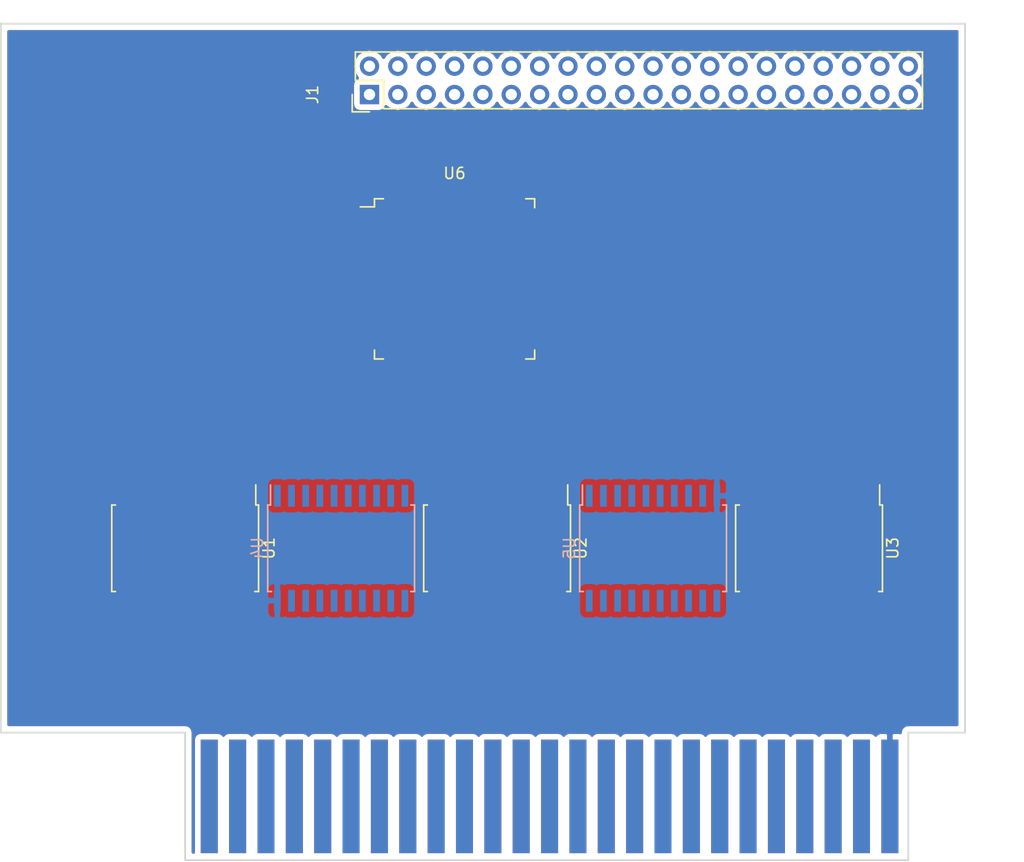
<source format=kicad_pcb>
(kicad_pcb (version 4) (host pcbnew 4.0.7)

  (general
    (links 35)
    (no_connects 34)
    (area 98.984999 68.504999 185.495001 143.585001)
    (thickness 1.6)
    (drawings 9)
    (tracks 0)
    (zones 0)
    (modules 8)
    (nets 256)
  )

  (page A4)
  (layers
    (0 F.Cu signal)
    (31 B.Cu signal)
    (32 B.Adhes user)
    (33 F.Adhes user)
    (34 B.Paste user)
    (35 F.Paste user)
    (36 B.SilkS user)
    (37 F.SilkS user)
    (38 B.Mask user)
    (39 F.Mask user)
    (40 Dwgs.User user)
    (41 Cmts.User user)
    (42 Eco1.User user)
    (43 Eco2.User user)
    (44 Edge.Cuts user)
    (45 Margin user)
    (46 B.CrtYd user)
    (47 F.CrtYd user)
    (48 B.Fab user)
    (49 F.Fab user)
  )

  (setup
    (last_trace_width 0.25)
    (trace_clearance 0.2)
    (zone_clearance 0.508)
    (zone_45_only no)
    (trace_min 0.2)
    (segment_width 0.2)
    (edge_width 0.15)
    (via_size 0.6)
    (via_drill 0.4)
    (via_min_size 0.4)
    (via_min_drill 0.3)
    (uvia_size 0.3)
    (uvia_drill 0.1)
    (uvias_allowed no)
    (uvia_min_size 0.2)
    (uvia_min_drill 0.1)
    (pcb_text_width 0.3)
    (pcb_text_size 1.5 1.5)
    (mod_edge_width 0.15)
    (mod_text_size 1 1)
    (mod_text_width 0.15)
    (pad_size 1.524 1.524)
    (pad_drill 0.762)
    (pad_to_mask_clearance 0.2)
    (aux_axis_origin 0 0)
    (visible_elements 7FFFFFFF)
    (pcbplotparams
      (layerselection 0x00030_80000001)
      (usegerberextensions false)
      (excludeedgelayer true)
      (linewidth 0.100000)
      (plotframeref false)
      (viasonmask false)
      (mode 1)
      (useauxorigin false)
      (hpglpennumber 1)
      (hpglpenspeed 20)
      (hpglpendiameter 15)
      (hpglpenoverlay 2)
      (psnegative false)
      (psa4output false)
      (plotreference true)
      (plotvalue true)
      (plotinvisibletext false)
      (padsonsilk false)
      (subtractmaskfromsilk false)
      (outputformat 1)
      (mirror false)
      (drillshape 1)
      (scaleselection 1)
      (outputdirectory ""))
  )

  (net 0 "")
  (net 1 "Net-(J1-Pad1)")
  (net 2 "Net-(J1-Pad2)")
  (net 3 /RD2)
  (net 4 "Net-(J1-Pad4)")
  (net 5 /RD3)
  (net 6 "Net-(J1-Pad6)")
  (net 7 /RD4)
  (net 8 /RA6)
  (net 9 "Net-(J1-Pad9)")
  (net 10 /RA7)
  (net 11 /RC1)
  (net 12 /RC2)
  (net 13 /RC11)
  (net 14 "Net-(J1-Pad14)")
  (net 15 /RC6)
  (net 16 /RC7)
  (net 17 "Net-(J1-Pad17)")
  (net 18 /RC8)
  (net 19 /RA2)
  (net 20 "Net-(J1-Pad20)")
  (net 21 /RA1)
  (net 22 /RC9)
  (net 23 /RA3)
  (net 24 /RA0)
  (net 25 "Net-(J1-Pad25)")
  (net 26 /RD7)
  (net 27 /RD0)
  (net 28 /RD1)
  (net 29 /RD5)
  (net 30 "Net-(J1-Pad30)")
  (net 31 /RD6)
  (net 32 /RA4)
  (net 33 /RA5)
  (net 34 "Net-(J1-Pad34)")
  (net 35 /RC3)
  (net 36 /RC0)
  (net 37 /RC10)
  (net 38 /RC4)
  (net 39 "Net-(J1-Pad39)")
  (net 40 /RC5)
  (net 41 VCC)
  (net 42 /DMAO)
  (net 43 /INT)
  (net 44 /DMA)
  (net 45 /RDY)
  (net 46 "Net-(P1-Pad20)")
  (net 47 "Net-(P1-Pad19)")
  (net 48 /RW)
  (net 49 /A15)
  (net 50 /A14)
  (net 51 /A13)
  (net 52 /A12)
  (net 53 /A11)
  (net 54 /A10)
  (net 55 /A9)
  (net 56 /A8)
  (net 57 /A7)
  (net 58 /A6)
  (net 59 /A5)
  (net 60 /A4)
  (net 61 /A3)
  (net 62 /A2)
  (net 63 /A1)
  (net 64 /A0)
  (net 65 /IOSEL)
  (net 66 GND)
  (net 67 /DMAI)
  (net 68 /NMI)
  (net 69 /IRQ)
  (net 70 /RES)
  (net 71 /INH)
  (net 72 "Net-(P1-Pad33)")
  (net 73 "Net-(P1-Pad34)")
  (net 74 "Net-(P1-Pad35)")
  (net 75 "Net-(P1-Pad36)")
  (net 76 "Net-(P1-Pad37)")
  (net 77 /PH1)
  (net 78 "Net-(P1-Pad39)")
  (net 79 "Net-(P1-Pad40)")
  (net 80 /DEVSEL)
  (net 81 /D7)
  (net 82 /D6)
  (net 83 /D5)
  (net 84 /D4)
  (net 85 /D3)
  (net 86 /D2)
  (net 87 /D1)
  (net 88 /D0)
  (net 89 "Net-(P1-Pad50)")
  (net 90 "Net-(U6-Pad1)")
  (net 91 "Net-(U6-Pad2)")
  (net 92 "Net-(U6-Pad3)")
  (net 93 "Net-(U6-Pad4)")
  (net 94 "Net-(U6-Pad5)")
  (net 95 "Net-(U6-Pad6)")
  (net 96 "Net-(U6-Pad7)")
  (net 97 "Net-(U6-Pad8)")
  (net 98 "Net-(U6-Pad9)")
  (net 99 "Net-(U6-Pad10)")
  (net 100 "Net-(U6-Pad11)")
  (net 101 "Net-(U6-Pad12)")
  (net 102 "Net-(U6-Pad13)")
  (net 103 "Net-(U6-Pad14)")
  (net 104 "Net-(U6-Pad15)")
  (net 105 "Net-(U6-Pad16)")
  (net 106 "Net-(U6-Pad17)")
  (net 107 "Net-(U6-Pad18)")
  (net 108 "Net-(U6-Pad19)")
  (net 109 "Net-(U6-Pad20)")
  (net 110 "Net-(U6-Pad21)")
  (net 111 "Net-(U6-Pad22)")
  (net 112 "Net-(U6-Pad23)")
  (net 113 "Net-(U6-Pad24)")
  (net 114 "Net-(U6-Pad25)")
  (net 115 "Net-(U6-Pad26)")
  (net 116 "Net-(U6-Pad27)")
  (net 117 "Net-(U6-Pad28)")
  (net 118 "Net-(U6-Pad29)")
  (net 119 "Net-(U6-Pad30)")
  (net 120 "Net-(U6-Pad31)")
  (net 121 "Net-(U6-Pad32)")
  (net 122 "Net-(U6-Pad33)")
  (net 123 "Net-(U6-Pad34)")
  (net 124 "Net-(U6-Pad35)")
  (net 125 "Net-(U6-Pad36)")
  (net 126 "Net-(U6-Pad37)")
  (net 127 "Net-(U6-Pad38)")
  (net 128 "Net-(U6-Pad39)")
  (net 129 "Net-(U6-Pad40)")
  (net 130 "Net-(U6-Pad41)")
  (net 131 "Net-(U6-Pad42)")
  (net 132 "Net-(U6-Pad43)")
  (net 133 "Net-(U6-Pad44)")
  (net 134 "Net-(U6-Pad45)")
  (net 135 "Net-(U6-Pad46)")
  (net 136 "Net-(U6-Pad47)")
  (net 137 "Net-(U6-Pad48)")
  (net 138 "Net-(U6-Pad49)")
  (net 139 "Net-(U6-Pad50)")
  (net 140 "Net-(U6-Pad51)")
  (net 141 "Net-(U6-Pad52)")
  (net 142 "Net-(U6-Pad53)")
  (net 143 "Net-(U6-Pad54)")
  (net 144 "Net-(U6-Pad55)")
  (net 145 "Net-(U6-Pad56)")
  (net 146 "Net-(U6-Pad57)")
  (net 147 "Net-(U6-Pad58)")
  (net 148 "Net-(U6-Pad59)")
  (net 149 "Net-(U6-Pad60)")
  (net 150 "Net-(U6-Pad61)")
  (net 151 "Net-(U6-Pad62)")
  (net 152 "Net-(U6-Pad63)")
  (net 153 "Net-(U6-Pad64)")
  (net 154 "Net-(U6-Pad65)")
  (net 155 "Net-(U6-Pad66)")
  (net 156 "Net-(U6-Pad67)")
  (net 157 "Net-(U6-Pad68)")
  (net 158 "Net-(U6-Pad69)")
  (net 159 "Net-(U6-Pad70)")
  (net 160 "Net-(U6-Pad71)")
  (net 161 "Net-(U6-Pad72)")
  (net 162 "Net-(U6-Pad73)")
  (net 163 "Net-(U6-Pad74)")
  (net 164 "Net-(U6-Pad75)")
  (net 165 "Net-(U6-Pad76)")
  (net 166 "Net-(U6-Pad77)")
  (net 167 "Net-(U6-Pad78)")
  (net 168 "Net-(U6-Pad79)")
  (net 169 "Net-(U6-Pad80)")
  (net 170 "Net-(U6-Pad81)")
  (net 171 "Net-(U6-Pad82)")
  (net 172 "Net-(U6-Pad83)")
  (net 173 "Net-(U6-Pad84)")
  (net 174 "Net-(U6-Pad85)")
  (net 175 "Net-(U6-Pad86)")
  (net 176 "Net-(U6-Pad87)")
  (net 177 "Net-(U6-Pad88)")
  (net 178 "Net-(U6-Pad89)")
  (net 179 "Net-(U6-Pad90)")
  (net 180 "Net-(U6-Pad91)")
  (net 181 "Net-(U6-Pad92)")
  (net 182 "Net-(U6-Pad93)")
  (net 183 "Net-(U6-Pad94)")
  (net 184 "Net-(U6-Pad95)")
  (net 185 "Net-(U6-Pad96)")
  (net 186 "Net-(U6-Pad97)")
  (net 187 "Net-(U6-Pad98)")
  (net 188 "Net-(U6-Pad99)")
  (net 189 "Net-(U6-Pad100)")
  (net 190 "Net-(U1-Pad1)")
  (net 191 "Net-(U1-Pad2)")
  (net 192 "Net-(U1-Pad3)")
  (net 193 "Net-(U1-Pad4)")
  (net 194 "Net-(U1-Pad5)")
  (net 195 "Net-(U1-Pad6)")
  (net 196 "Net-(U1-Pad7)")
  (net 197 "Net-(U1-Pad8)")
  (net 198 "Net-(U1-Pad9)")
  (net 199 "Net-(U1-Pad19)")
  (net 200 "Net-(U2-Pad1)")
  (net 201 "Net-(U2-Pad2)")
  (net 202 "Net-(U2-Pad3)")
  (net 203 "Net-(U2-Pad4)")
  (net 204 "Net-(U2-Pad5)")
  (net 205 "Net-(U2-Pad6)")
  (net 206 "Net-(U2-Pad7)")
  (net 207 "Net-(U2-Pad8)")
  (net 208 "Net-(U2-Pad9)")
  (net 209 "Net-(U2-Pad11)")
  (net 210 "Net-(U2-Pad12)")
  (net 211 "Net-(U2-Pad13)")
  (net 212 "Net-(U2-Pad14)")
  (net 213 "Net-(U2-Pad15)")
  (net 214 "Net-(U2-Pad16)")
  (net 215 "Net-(U2-Pad17)")
  (net 216 "Net-(U2-Pad18)")
  (net 217 "Net-(U2-Pad19)")
  (net 218 "Net-(U3-Pad1)")
  (net 219 "Net-(U3-Pad2)")
  (net 220 "Net-(U3-Pad3)")
  (net 221 "Net-(U3-Pad4)")
  (net 222 "Net-(U3-Pad5)")
  (net 223 "Net-(U3-Pad6)")
  (net 224 "Net-(U3-Pad7)")
  (net 225 "Net-(U3-Pad8)")
  (net 226 "Net-(U3-Pad9)")
  (net 227 "Net-(U3-Pad11)")
  (net 228 "Net-(U3-Pad12)")
  (net 229 "Net-(U3-Pad13)")
  (net 230 "Net-(U3-Pad14)")
  (net 231 "Net-(U3-Pad15)")
  (net 232 "Net-(U3-Pad16)")
  (net 233 "Net-(U3-Pad17)")
  (net 234 "Net-(U3-Pad18)")
  (net 235 "Net-(U3-Pad19)")
  (net 236 "Net-(U4-Pad1)")
  (net 237 "Net-(U4-Pad2)")
  (net 238 "Net-(U4-Pad3)")
  (net 239 "Net-(U4-Pad4)")
  (net 240 "Net-(U4-Pad5)")
  (net 241 "Net-(U4-Pad6)")
  (net 242 "Net-(U4-Pad7)")
  (net 243 "Net-(U4-Pad8)")
  (net 244 "Net-(U4-Pad9)")
  (net 245 "Net-(U4-Pad19)")
  (net 246 "Net-(U5-Pad1)")
  (net 247 "Net-(U5-Pad2)")
  (net 248 "Net-(U5-Pad3)")
  (net 249 "Net-(U5-Pad4)")
  (net 250 "Net-(U5-Pad5)")
  (net 251 "Net-(U5-Pad6)")
  (net 252 "Net-(U5-Pad7)")
  (net 253 "Net-(U5-Pad8)")
  (net 254 "Net-(U5-Pad9)")
  (net 255 "Net-(U5-Pad19)")

  (net_class Default "This is the default net class."
    (clearance 0.2)
    (trace_width 0.25)
    (via_dia 0.6)
    (via_drill 0.4)
    (uvia_dia 0.3)
    (uvia_drill 0.1)
    (add_net /A0)
    (add_net /A1)
    (add_net /A10)
    (add_net /A11)
    (add_net /A12)
    (add_net /A13)
    (add_net /A14)
    (add_net /A15)
    (add_net /A2)
    (add_net /A3)
    (add_net /A4)
    (add_net /A5)
    (add_net /A6)
    (add_net /A7)
    (add_net /A8)
    (add_net /A9)
    (add_net /D0)
    (add_net /D1)
    (add_net /D2)
    (add_net /D3)
    (add_net /D4)
    (add_net /D5)
    (add_net /D6)
    (add_net /D7)
    (add_net /DEVSEL)
    (add_net /DMA)
    (add_net /DMAI)
    (add_net /DMAO)
    (add_net /INH)
    (add_net /INT)
    (add_net /IOSEL)
    (add_net /IRQ)
    (add_net /NMI)
    (add_net /PH1)
    (add_net /RA0)
    (add_net /RA1)
    (add_net /RA2)
    (add_net /RA3)
    (add_net /RA4)
    (add_net /RA5)
    (add_net /RA6)
    (add_net /RA7)
    (add_net /RC0)
    (add_net /RC1)
    (add_net /RC10)
    (add_net /RC11)
    (add_net /RC2)
    (add_net /RC3)
    (add_net /RC4)
    (add_net /RC5)
    (add_net /RC6)
    (add_net /RC7)
    (add_net /RC8)
    (add_net /RC9)
    (add_net /RD0)
    (add_net /RD1)
    (add_net /RD2)
    (add_net /RD3)
    (add_net /RD4)
    (add_net /RD5)
    (add_net /RD6)
    (add_net /RD7)
    (add_net /RDY)
    (add_net /RES)
    (add_net /RW)
    (add_net GND)
    (add_net "Net-(J1-Pad1)")
    (add_net "Net-(J1-Pad14)")
    (add_net "Net-(J1-Pad17)")
    (add_net "Net-(J1-Pad2)")
    (add_net "Net-(J1-Pad20)")
    (add_net "Net-(J1-Pad25)")
    (add_net "Net-(J1-Pad30)")
    (add_net "Net-(J1-Pad34)")
    (add_net "Net-(J1-Pad39)")
    (add_net "Net-(J1-Pad4)")
    (add_net "Net-(J1-Pad6)")
    (add_net "Net-(J1-Pad9)")
    (add_net "Net-(P1-Pad19)")
    (add_net "Net-(P1-Pad20)")
    (add_net "Net-(P1-Pad33)")
    (add_net "Net-(P1-Pad34)")
    (add_net "Net-(P1-Pad35)")
    (add_net "Net-(P1-Pad36)")
    (add_net "Net-(P1-Pad37)")
    (add_net "Net-(P1-Pad39)")
    (add_net "Net-(P1-Pad40)")
    (add_net "Net-(P1-Pad50)")
    (add_net "Net-(U1-Pad1)")
    (add_net "Net-(U1-Pad19)")
    (add_net "Net-(U1-Pad2)")
    (add_net "Net-(U1-Pad3)")
    (add_net "Net-(U1-Pad4)")
    (add_net "Net-(U1-Pad5)")
    (add_net "Net-(U1-Pad6)")
    (add_net "Net-(U1-Pad7)")
    (add_net "Net-(U1-Pad8)")
    (add_net "Net-(U1-Pad9)")
    (add_net "Net-(U2-Pad1)")
    (add_net "Net-(U2-Pad11)")
    (add_net "Net-(U2-Pad12)")
    (add_net "Net-(U2-Pad13)")
    (add_net "Net-(U2-Pad14)")
    (add_net "Net-(U2-Pad15)")
    (add_net "Net-(U2-Pad16)")
    (add_net "Net-(U2-Pad17)")
    (add_net "Net-(U2-Pad18)")
    (add_net "Net-(U2-Pad19)")
    (add_net "Net-(U2-Pad2)")
    (add_net "Net-(U2-Pad3)")
    (add_net "Net-(U2-Pad4)")
    (add_net "Net-(U2-Pad5)")
    (add_net "Net-(U2-Pad6)")
    (add_net "Net-(U2-Pad7)")
    (add_net "Net-(U2-Pad8)")
    (add_net "Net-(U2-Pad9)")
    (add_net "Net-(U3-Pad1)")
    (add_net "Net-(U3-Pad11)")
    (add_net "Net-(U3-Pad12)")
    (add_net "Net-(U3-Pad13)")
    (add_net "Net-(U3-Pad14)")
    (add_net "Net-(U3-Pad15)")
    (add_net "Net-(U3-Pad16)")
    (add_net "Net-(U3-Pad17)")
    (add_net "Net-(U3-Pad18)")
    (add_net "Net-(U3-Pad19)")
    (add_net "Net-(U3-Pad2)")
    (add_net "Net-(U3-Pad3)")
    (add_net "Net-(U3-Pad4)")
    (add_net "Net-(U3-Pad5)")
    (add_net "Net-(U3-Pad6)")
    (add_net "Net-(U3-Pad7)")
    (add_net "Net-(U3-Pad8)")
    (add_net "Net-(U3-Pad9)")
    (add_net "Net-(U4-Pad1)")
    (add_net "Net-(U4-Pad19)")
    (add_net "Net-(U4-Pad2)")
    (add_net "Net-(U4-Pad3)")
    (add_net "Net-(U4-Pad4)")
    (add_net "Net-(U4-Pad5)")
    (add_net "Net-(U4-Pad6)")
    (add_net "Net-(U4-Pad7)")
    (add_net "Net-(U4-Pad8)")
    (add_net "Net-(U4-Pad9)")
    (add_net "Net-(U5-Pad1)")
    (add_net "Net-(U5-Pad19)")
    (add_net "Net-(U5-Pad2)")
    (add_net "Net-(U5-Pad3)")
    (add_net "Net-(U5-Pad4)")
    (add_net "Net-(U5-Pad5)")
    (add_net "Net-(U5-Pad6)")
    (add_net "Net-(U5-Pad7)")
    (add_net "Net-(U5-Pad8)")
    (add_net "Net-(U5-Pad9)")
    (add_net "Net-(U6-Pad1)")
    (add_net "Net-(U6-Pad10)")
    (add_net "Net-(U6-Pad100)")
    (add_net "Net-(U6-Pad11)")
    (add_net "Net-(U6-Pad12)")
    (add_net "Net-(U6-Pad13)")
    (add_net "Net-(U6-Pad14)")
    (add_net "Net-(U6-Pad15)")
    (add_net "Net-(U6-Pad16)")
    (add_net "Net-(U6-Pad17)")
    (add_net "Net-(U6-Pad18)")
    (add_net "Net-(U6-Pad19)")
    (add_net "Net-(U6-Pad2)")
    (add_net "Net-(U6-Pad20)")
    (add_net "Net-(U6-Pad21)")
    (add_net "Net-(U6-Pad22)")
    (add_net "Net-(U6-Pad23)")
    (add_net "Net-(U6-Pad24)")
    (add_net "Net-(U6-Pad25)")
    (add_net "Net-(U6-Pad26)")
    (add_net "Net-(U6-Pad27)")
    (add_net "Net-(U6-Pad28)")
    (add_net "Net-(U6-Pad29)")
    (add_net "Net-(U6-Pad3)")
    (add_net "Net-(U6-Pad30)")
    (add_net "Net-(U6-Pad31)")
    (add_net "Net-(U6-Pad32)")
    (add_net "Net-(U6-Pad33)")
    (add_net "Net-(U6-Pad34)")
    (add_net "Net-(U6-Pad35)")
    (add_net "Net-(U6-Pad36)")
    (add_net "Net-(U6-Pad37)")
    (add_net "Net-(U6-Pad38)")
    (add_net "Net-(U6-Pad39)")
    (add_net "Net-(U6-Pad4)")
    (add_net "Net-(U6-Pad40)")
    (add_net "Net-(U6-Pad41)")
    (add_net "Net-(U6-Pad42)")
    (add_net "Net-(U6-Pad43)")
    (add_net "Net-(U6-Pad44)")
    (add_net "Net-(U6-Pad45)")
    (add_net "Net-(U6-Pad46)")
    (add_net "Net-(U6-Pad47)")
    (add_net "Net-(U6-Pad48)")
    (add_net "Net-(U6-Pad49)")
    (add_net "Net-(U6-Pad5)")
    (add_net "Net-(U6-Pad50)")
    (add_net "Net-(U6-Pad51)")
    (add_net "Net-(U6-Pad52)")
    (add_net "Net-(U6-Pad53)")
    (add_net "Net-(U6-Pad54)")
    (add_net "Net-(U6-Pad55)")
    (add_net "Net-(U6-Pad56)")
    (add_net "Net-(U6-Pad57)")
    (add_net "Net-(U6-Pad58)")
    (add_net "Net-(U6-Pad59)")
    (add_net "Net-(U6-Pad6)")
    (add_net "Net-(U6-Pad60)")
    (add_net "Net-(U6-Pad61)")
    (add_net "Net-(U6-Pad62)")
    (add_net "Net-(U6-Pad63)")
    (add_net "Net-(U6-Pad64)")
    (add_net "Net-(U6-Pad65)")
    (add_net "Net-(U6-Pad66)")
    (add_net "Net-(U6-Pad67)")
    (add_net "Net-(U6-Pad68)")
    (add_net "Net-(U6-Pad69)")
    (add_net "Net-(U6-Pad7)")
    (add_net "Net-(U6-Pad70)")
    (add_net "Net-(U6-Pad71)")
    (add_net "Net-(U6-Pad72)")
    (add_net "Net-(U6-Pad73)")
    (add_net "Net-(U6-Pad74)")
    (add_net "Net-(U6-Pad75)")
    (add_net "Net-(U6-Pad76)")
    (add_net "Net-(U6-Pad77)")
    (add_net "Net-(U6-Pad78)")
    (add_net "Net-(U6-Pad79)")
    (add_net "Net-(U6-Pad8)")
    (add_net "Net-(U6-Pad80)")
    (add_net "Net-(U6-Pad81)")
    (add_net "Net-(U6-Pad82)")
    (add_net "Net-(U6-Pad83)")
    (add_net "Net-(U6-Pad84)")
    (add_net "Net-(U6-Pad85)")
    (add_net "Net-(U6-Pad86)")
    (add_net "Net-(U6-Pad87)")
    (add_net "Net-(U6-Pad88)")
    (add_net "Net-(U6-Pad89)")
    (add_net "Net-(U6-Pad9)")
    (add_net "Net-(U6-Pad90)")
    (add_net "Net-(U6-Pad91)")
    (add_net "Net-(U6-Pad92)")
    (add_net "Net-(U6-Pad93)")
    (add_net "Net-(U6-Pad94)")
    (add_net "Net-(U6-Pad95)")
    (add_net "Net-(U6-Pad96)")
    (add_net "Net-(U6-Pad97)")
    (add_net "Net-(U6-Pad98)")
    (add_net "Net-(U6-Pad99)")
    (add_net VCC)
  )

  (module Pin_Headers:Pin_Header_Straight_2x20 (layer F.Cu) (tedit 5A9718DC) (tstamp 5A96F870)
    (at 132.08 74.93 90)
    (descr "Through hole pin header")
    (tags "pin header")
    (path /5A94E225)
    (fp_text reference J1 (at 0 -5.1 90) (layer F.SilkS)
      (effects (font (size 1 1) (thickness 0.15)))
    )
    (fp_text value Raspberry_Pi_2_3 (at 7.62 -1.27 180) (layer F.Fab)
      (effects (font (size 1 1) (thickness 0.15)))
    )
    (fp_line (start -1.75 -1.75) (end -1.75 50.05) (layer F.CrtYd) (width 0.05))
    (fp_line (start 4.3 -1.75) (end 4.3 50.05) (layer F.CrtYd) (width 0.05))
    (fp_line (start -1.75 -1.75) (end 4.3 -1.75) (layer F.CrtYd) (width 0.05))
    (fp_line (start -1.75 50.05) (end 4.3 50.05) (layer F.CrtYd) (width 0.05))
    (fp_line (start 3.81 49.53) (end 3.81 -1.27) (layer F.SilkS) (width 0.15))
    (fp_line (start -1.27 1.27) (end -1.27 49.53) (layer F.SilkS) (width 0.15))
    (fp_line (start 3.81 49.53) (end -1.27 49.53) (layer F.SilkS) (width 0.15))
    (fp_line (start 3.81 -1.27) (end 1.27 -1.27) (layer F.SilkS) (width 0.15))
    (fp_line (start 0 -1.55) (end -1.55 -1.55) (layer F.SilkS) (width 0.15))
    (fp_line (start 1.27 -1.27) (end 1.27 1.27) (layer F.SilkS) (width 0.15))
    (fp_line (start 1.27 1.27) (end -1.27 1.27) (layer F.SilkS) (width 0.15))
    (fp_line (start -1.55 -1.55) (end -1.55 0) (layer F.SilkS) (width 0.15))
    (pad 1 thru_hole rect (at 0 0 90) (size 1.7272 1.7272) (drill 1.016) (layers *.Cu *.Mask)
      (net 1 "Net-(J1-Pad1)"))
    (pad 2 thru_hole oval (at 2.54 0 90) (size 1.7272 1.7272) (drill 1.016) (layers *.Cu *.Mask)
      (net 2 "Net-(J1-Pad2)"))
    (pad 3 thru_hole oval (at 0 2.54 90) (size 1.7272 1.7272) (drill 1.016) (layers *.Cu *.Mask)
      (net 3 /RD2))
    (pad 4 thru_hole oval (at 2.54 2.54 90) (size 1.7272 1.7272) (drill 1.016) (layers *.Cu *.Mask)
      (net 4 "Net-(J1-Pad4)"))
    (pad 5 thru_hole oval (at 0 5.08 90) (size 1.7272 1.7272) (drill 1.016) (layers *.Cu *.Mask)
      (net 5 /RD3))
    (pad 6 thru_hole oval (at 2.54 5.08 90) (size 1.7272 1.7272) (drill 1.016) (layers *.Cu *.Mask)
      (net 6 "Net-(J1-Pad6)"))
    (pad 7 thru_hole oval (at 0 7.62 90) (size 1.7272 1.7272) (drill 1.016) (layers *.Cu *.Mask)
      (net 7 /RD4))
    (pad 8 thru_hole oval (at 2.54 7.62 90) (size 1.7272 1.7272) (drill 1.016) (layers *.Cu *.Mask)
      (net 8 /RA6))
    (pad 9 thru_hole oval (at 0 10.16 90) (size 1.7272 1.7272) (drill 1.016) (layers *.Cu *.Mask)
      (net 9 "Net-(J1-Pad9)"))
    (pad 10 thru_hole oval (at 2.54 10.16 90) (size 1.7272 1.7272) (drill 1.016) (layers *.Cu *.Mask)
      (net 10 /RA7))
    (pad 11 thru_hole oval (at 0 12.7 90) (size 1.7272 1.7272) (drill 1.016) (layers *.Cu *.Mask)
      (net 11 /RC1))
    (pad 12 thru_hole oval (at 2.54 12.7 90) (size 1.7272 1.7272) (drill 1.016) (layers *.Cu *.Mask)
      (net 12 /RC2))
    (pad 13 thru_hole oval (at 0 15.24 90) (size 1.7272 1.7272) (drill 1.016) (layers *.Cu *.Mask)
      (net 13 /RC11))
    (pad 14 thru_hole oval (at 2.54 15.24 90) (size 1.7272 1.7272) (drill 1.016) (layers *.Cu *.Mask)
      (net 14 "Net-(J1-Pad14)"))
    (pad 15 thru_hole oval (at 0 17.78 90) (size 1.7272 1.7272) (drill 1.016) (layers *.Cu *.Mask)
      (net 15 /RC6))
    (pad 16 thru_hole oval (at 2.54 17.78 90) (size 1.7272 1.7272) (drill 1.016) (layers *.Cu *.Mask)
      (net 16 /RC7))
    (pad 17 thru_hole oval (at 0 20.32 90) (size 1.7272 1.7272) (drill 1.016) (layers *.Cu *.Mask)
      (net 17 "Net-(J1-Pad17)"))
    (pad 18 thru_hole oval (at 2.54 20.32 90) (size 1.7272 1.7272) (drill 1.016) (layers *.Cu *.Mask)
      (net 18 /RC8))
    (pad 19 thru_hole oval (at 0 22.86 90) (size 1.7272 1.7272) (drill 1.016) (layers *.Cu *.Mask)
      (net 19 /RA2))
    (pad 20 thru_hole oval (at 2.54 22.86 90) (size 1.7272 1.7272) (drill 1.016) (layers *.Cu *.Mask)
      (net 20 "Net-(J1-Pad20)"))
    (pad 21 thru_hole oval (at 0 25.4 90) (size 1.7272 1.7272) (drill 1.016) (layers *.Cu *.Mask)
      (net 21 /RA1))
    (pad 22 thru_hole oval (at 2.54 25.4 90) (size 1.7272 1.7272) (drill 1.016) (layers *.Cu *.Mask)
      (net 22 /RC9))
    (pad 23 thru_hole oval (at 0 27.94 90) (size 1.7272 1.7272) (drill 1.016) (layers *.Cu *.Mask)
      (net 23 /RA3))
    (pad 24 thru_hole oval (at 2.54 27.94 90) (size 1.7272 1.7272) (drill 1.016) (layers *.Cu *.Mask)
      (net 24 /RA0))
    (pad 25 thru_hole oval (at 0 30.48 90) (size 1.7272 1.7272) (drill 1.016) (layers *.Cu *.Mask)
      (net 25 "Net-(J1-Pad25)"))
    (pad 26 thru_hole oval (at 2.54 30.48 90) (size 1.7272 1.7272) (drill 1.016) (layers *.Cu *.Mask)
      (net 26 /RD7))
    (pad 27 thru_hole oval (at 0 33.02 90) (size 1.7272 1.7272) (drill 1.016) (layers *.Cu *.Mask)
      (net 27 /RD0))
    (pad 28 thru_hole oval (at 2.54 33.02 90) (size 1.7272 1.7272) (drill 1.016) (layers *.Cu *.Mask)
      (net 28 /RD1))
    (pad 29 thru_hole oval (at 0 35.56 90) (size 1.7272 1.7272) (drill 1.016) (layers *.Cu *.Mask)
      (net 29 /RD5))
    (pad 30 thru_hole oval (at 2.54 35.56 90) (size 1.7272 1.7272) (drill 1.016) (layers *.Cu *.Mask)
      (net 30 "Net-(J1-Pad30)"))
    (pad 31 thru_hole oval (at 0 38.1 90) (size 1.7272 1.7272) (drill 1.016) (layers *.Cu *.Mask)
      (net 31 /RD6))
    (pad 32 thru_hole oval (at 2.54 38.1 90) (size 1.7272 1.7272) (drill 1.016) (layers *.Cu *.Mask)
      (net 32 /RA4))
    (pad 33 thru_hole oval (at 0 40.64 90) (size 1.7272 1.7272) (drill 1.016) (layers *.Cu *.Mask)
      (net 33 /RA5))
    (pad 34 thru_hole oval (at 2.54 40.64 90) (size 1.7272 1.7272) (drill 1.016) (layers *.Cu *.Mask)
      (net 34 "Net-(J1-Pad34)"))
    (pad 35 thru_hole oval (at 0 43.18 90) (size 1.7272 1.7272) (drill 1.016) (layers *.Cu *.Mask)
      (net 35 /RC3))
    (pad 36 thru_hole oval (at 2.54 43.18 90) (size 1.7272 1.7272) (drill 1.016) (layers *.Cu *.Mask)
      (net 36 /RC0))
    (pad 37 thru_hole oval (at 0 45.72 90) (size 1.7272 1.7272) (drill 1.016) (layers *.Cu *.Mask)
      (net 37 /RC10))
    (pad 38 thru_hole oval (at 2.54 45.72 90) (size 1.7272 1.7272) (drill 1.016) (layers *.Cu *.Mask)
      (net 38 /RC4))
    (pad 39 thru_hole oval (at 0 48.26 90) (size 1.7272 1.7272) (drill 1.016) (layers *.Cu *.Mask)
      (net 39 "Net-(J1-Pad39)"))
    (pad 40 thru_hole oval (at 2.54 48.26 90) (size 1.7272 1.7272) (drill 1.016) (layers *.Cu *.Mask)
      (net 40 /RC5))
    (model Pin_Headers.3dshapes/Pin_Header_Straight_2x20.wrl
      (at (xyz 0.05 -0.95 0))
      (scale (xyz 1 1 1))
      (rotate (xyz 0 0 90))
    )
  )

  (module MSX:Male_Card-Edge_50_pin__100_mil (layer F.Cu) (tedit 5A739F9F) (tstamp 5A96F8A6)
    (at 148.209 137.795)
    (descr A2_BUS)
    (path /5A94E149)
    (fp_text reference P1 (at 1.27 -8.89) (layer F.SilkS) hide
      (effects (font (size 1.016 0.762) (thickness 0.127)))
    )
    (fp_text value A2Bus (at 5.08 -8.89) (layer F.SilkS) hide
      (effects (font (size 1.016 0.762) (thickness 0.127)))
    )
    (pad 25 smd rect (at 30.48 0 270) (size 10.16 1.524) (layers F.Cu F.Paste F.Mask)
      (net 41 VCC) (solder_mask_margin 0.65) (clearance 0.254))
    (pad 24 smd rect (at 27.94 0 270) (size 10.16 1.524) (layers F.Cu F.Paste F.Mask)
      (net 42 /DMAO) (solder_mask_margin 0.65) (clearance 0.254))
    (pad 23 smd rect (at 25.4 0 270) (size 10.16 1.524) (layers F.Cu F.Paste F.Mask)
      (net 43 /INT) (solder_mask_margin 0.65) (clearance 0.254))
    (pad 22 smd rect (at 22.86 0 270) (size 10.16 1.524) (layers F.Cu F.Paste F.Mask)
      (net 44 /DMA) (solder_mask_margin 0.65) (clearance 0.254))
    (pad 21 smd rect (at 20.32 0 270) (size 10.16 1.524) (layers F.Cu F.Paste F.Mask)
      (net 45 /RDY) (solder_mask_margin 0.65) (clearance 0.254))
    (pad 20 smd rect (at 17.78 0 270) (size 10.16 1.524) (layers F.Cu F.Paste F.Mask)
      (net 46 "Net-(P1-Pad20)") (solder_mask_margin 0.65) (clearance 0.254))
    (pad 19 smd rect (at 15.24 0 270) (size 10.16 1.524) (layers F.Cu F.Paste F.Mask)
      (net 47 "Net-(P1-Pad19)") (solder_mask_margin 0.65) (clearance 0.254))
    (pad 18 smd rect (at 12.7 0 270) (size 10.16 1.524) (layers F.Cu F.Paste F.Mask)
      (net 48 /RW) (solder_mask_margin 0.65) (clearance 0.254))
    (pad 17 smd rect (at 10.16 0 270) (size 10.16 1.524) (layers F.Cu F.Paste F.Mask)
      (net 49 /A15) (solder_mask_margin 0.65) (clearance 0.254))
    (pad 16 smd rect (at 7.62 0 270) (size 10.16 1.524) (layers F.Cu F.Paste F.Mask)
      (net 50 /A14) (solder_mask_margin 0.65) (clearance 0.254))
    (pad 15 smd rect (at 5.08 0 270) (size 10.16 1.524) (layers F.Cu F.Paste F.Mask)
      (net 51 /A13) (solder_mask_margin 0.65) (clearance 0.254))
    (pad 14 smd rect (at 2.54 0 270) (size 10.16 1.524) (layers F.Cu F.Paste F.Mask)
      (net 52 /A12) (solder_mask_margin 0.65) (clearance 0.254))
    (pad 13 smd rect (at 0 0 270) (size 10.16 1.524) (layers F.Cu F.Paste F.Mask)
      (net 53 /A11) (solder_mask_margin 0.65) (clearance 0.254))
    (pad 12 smd rect (at -2.54 0 270) (size 10.16 1.524) (layers F.Cu F.Paste F.Mask)
      (net 54 /A10) (solder_mask_margin 0.65) (clearance 0.254))
    (pad 11 smd rect (at -5.08 0 270) (size 10.16 1.524) (layers F.Cu F.Paste F.Mask)
      (net 55 /A9) (solder_mask_margin 0.65) (clearance 0.254))
    (pad 10 smd rect (at -7.62 0 270) (size 10.16 1.524) (layers F.Cu F.Paste F.Mask)
      (net 56 /A8) (solder_mask_margin 0.65) (clearance 0.254))
    (pad 9 smd rect (at -10.16 0 270) (size 10.16 1.524) (layers F.Cu F.Paste F.Mask)
      (net 57 /A7) (solder_mask_margin 0.65) (clearance 0.254))
    (pad 8 smd rect (at -12.7 0 270) (size 10.16 1.524) (layers F.Cu F.Paste F.Mask)
      (net 58 /A6) (solder_mask_margin 0.65) (clearance 0.254))
    (pad 7 smd rect (at -15.24 0 270) (size 10.16 1.524) (layers F.Cu F.Paste F.Mask)
      (net 59 /A5) (solder_mask_margin 0.65) (clearance 0.254))
    (pad 6 smd rect (at -17.78 0 270) (size 10.16 1.524) (layers F.Cu F.Paste F.Mask)
      (net 60 /A4) (solder_mask_margin 0.65) (clearance 0.254))
    (pad 5 smd rect (at -20.32 0 270) (size 10.16 1.524) (layers F.Cu F.Paste F.Mask)
      (net 61 /A3) (solder_mask_margin 0.65) (clearance 0.254))
    (pad 4 smd rect (at -22.86 0 270) (size 10.16 1.524) (layers F.Cu F.Paste F.Mask)
      (net 62 /A2) (solder_mask_margin 0.65) (clearance 0.254))
    (pad 3 smd rect (at -25.4 0 270) (size 10.16 1.524) (layers F.Cu F.Paste F.Mask)
      (net 63 /A1) (solder_mask_margin 0.65) (clearance 0.254))
    (pad 2 smd rect (at -27.94 0 270) (size 10.16 1.524) (layers F.Cu F.Paste F.Mask)
      (net 64 /A0) (solder_mask_margin 0.65) (clearance 0.254))
    (pad 1 smd rect (at -30.48 0 270) (size 10.16 1.524) (layers F.Cu F.Paste F.Mask)
      (net 65 /IOSEL) (solder_mask_margin 0.65) (clearance 0.254))
    (pad 26 smd rect (at 30.48 0 270) (size 10.16 1.524) (layers B.Cu B.Paste B.Mask)
      (net 66 GND) (solder_mask_margin 0.65) (clearance 0.254))
    (pad 27 smd rect (at 27.94 0 270) (size 10.16 1.524) (layers B.Cu B.Paste B.Mask)
      (net 67 /DMAI) (solder_mask_margin 0.65) (clearance 0.254))
    (pad 28 smd rect (at 25.4 0 270) (size 10.16 1.524) (layers B.Cu B.Paste B.Mask)
      (net 43 /INT) (solder_mask_margin 0.65) (clearance 0.254))
    (pad 29 smd rect (at 22.86 0 270) (size 10.16 1.524) (layers B.Cu B.Paste B.Mask)
      (net 68 /NMI) (solder_mask_margin 0.65) (clearance 0.254))
    (pad 30 smd rect (at 20.32 0 270) (size 10.16 1.524) (layers B.Cu B.Paste B.Mask)
      (net 69 /IRQ) (solder_mask_margin 0.65) (clearance 0.254))
    (pad 31 smd rect (at 17.78 0 270) (size 10.16 1.524) (layers B.Cu B.Paste B.Mask)
      (net 70 /RES) (solder_mask_margin 0.65) (clearance 0.254))
    (pad 32 smd rect (at 15.24 0 270) (size 10.16 1.524) (layers B.Cu B.Paste B.Mask)
      (net 71 /INH) (solder_mask_margin 0.65) (clearance 0.254))
    (pad 33 smd rect (at 12.7 0 270) (size 10.16 1.524) (layers B.Cu B.Paste B.Mask)
      (net 72 "Net-(P1-Pad33)") (solder_mask_margin 0.65) (clearance 0.254))
    (pad 34 smd rect (at 10.16 0 270) (size 10.16 1.524) (layers B.Cu B.Paste B.Mask)
      (net 73 "Net-(P1-Pad34)") (solder_mask_margin 0.65) (clearance 0.254))
    (pad 35 smd rect (at 7.62 0 270) (size 10.16 1.524) (layers B.Cu B.Paste B.Mask)
      (net 74 "Net-(P1-Pad35)") (solder_mask_margin 0.65) (clearance 0.254))
    (pad 36 smd rect (at 5.08 0 270) (size 10.16 1.524) (layers B.Cu B.Paste B.Mask)
      (net 75 "Net-(P1-Pad36)") (solder_mask_margin 0.65) (clearance 0.254))
    (pad 37 smd rect (at 2.54 0 270) (size 10.16 1.524) (layers B.Cu B.Paste B.Mask)
      (net 76 "Net-(P1-Pad37)") (solder_mask_margin 0.65) (clearance 0.254))
    (pad 38 smd rect (at 0 0 270) (size 10.16 1.524) (layers B.Cu B.Paste B.Mask)
      (net 77 /PH1) (solder_mask_margin 0.65) (clearance 0.254))
    (pad 39 smd rect (at -2.54 0 270) (size 10.16 1.524) (layers B.Cu B.Paste B.Mask)
      (net 78 "Net-(P1-Pad39)") (solder_mask_margin 0.65) (clearance 0.254))
    (pad 40 smd rect (at -5.08 0 270) (size 10.16 1.524) (layers B.Cu B.Paste B.Mask)
      (net 79 "Net-(P1-Pad40)") (solder_mask_margin 0.65) (clearance 0.254))
    (pad 41 smd rect (at -7.62 0 270) (size 10.16 1.524) (layers B.Cu B.Paste B.Mask)
      (net 80 /DEVSEL) (solder_mask_margin 0.65) (clearance 0.254))
    (pad 42 smd rect (at -10.16 0 270) (size 10.16 1.524) (layers B.Cu B.Paste B.Mask)
      (net 81 /D7) (solder_mask_margin 0.65) (clearance 0.254))
    (pad 43 smd rect (at -12.7 0 270) (size 10.16 1.524) (layers B.Cu B.Paste B.Mask)
      (net 82 /D6) (solder_mask_margin 0.65) (clearance 0.254))
    (pad 44 smd rect (at -15.24 0 270) (size 10.16 1.524) (layers B.Cu B.Paste B.Mask)
      (net 83 /D5) (solder_mask_margin 0.65) (clearance 0.254))
    (pad 45 smd rect (at -17.78 0 270) (size 10.16 1.524) (layers B.Cu B.Paste B.Mask)
      (net 84 /D4) (solder_mask_margin 0.65) (clearance 0.254))
    (pad 46 smd rect (at -20.32 0 270) (size 10.16 1.524) (layers B.Cu B.Paste B.Mask)
      (net 85 /D3) (solder_mask_margin 0.65) (clearance 0.254))
    (pad 47 smd rect (at -22.86 0 270) (size 10.16 1.524) (layers B.Cu B.Paste B.Mask)
      (net 86 /D2) (solder_mask_margin 0.65) (clearance 0.254))
    (pad 48 smd rect (at -25.4 0 270) (size 10.16 1.524) (layers B.Cu B.Paste B.Mask)
      (net 87 /D1) (solder_mask_margin 0.65) (clearance 0.254))
    (pad 49 smd rect (at -27.94 0 270) (size 10.16 1.524) (layers B.Cu B.Paste B.Mask)
      (net 88 /D0) (solder_mask_margin 0.65) (clearance 0.254))
    (pad 50 smd rect (at -30.48 0 270) (size 10.16 1.524) (layers B.Cu B.Paste B.Mask)
      (net 89 "Net-(P1-Pad50)") (solder_mask_margin 0.65) (clearance 0.254))
  )

  (module Housings_QFP:TQFP-100_14x14mm_Pitch0.5mm (layer F.Cu) (tedit 58CC9A47) (tstamp 5A9F999D)
    (at 139.7 91.44)
    (descr "100-Lead Plastic Thin Quad Flatpack (PF) - 14x14x1 mm Body 2.00 mm Footprint [TQFP] (see Microchip Packaging Specification 00000049BS.pdf)")
    (tags "QFP 0.5")
    (path /5A9F7EA4)
    (attr smd)
    (fp_text reference U6 (at 0 -9.45) (layer F.SilkS)
      (effects (font (size 1 1) (thickness 0.15)))
    )
    (fp_text value EMP240 (at 0 9.45) (layer F.Fab)
      (effects (font (size 1 1) (thickness 0.15)))
    )
    (fp_text user %R (at 0 0) (layer F.Fab)
      (effects (font (size 1 1) (thickness 0.15)))
    )
    (fp_line (start -6 -7) (end 7 -7) (layer F.Fab) (width 0.15))
    (fp_line (start 7 -7) (end 7 7) (layer F.Fab) (width 0.15))
    (fp_line (start 7 7) (end -7 7) (layer F.Fab) (width 0.15))
    (fp_line (start -7 7) (end -7 -6) (layer F.Fab) (width 0.15))
    (fp_line (start -7 -6) (end -6 -7) (layer F.Fab) (width 0.15))
    (fp_line (start -8.7 -8.7) (end -8.7 8.7) (layer F.CrtYd) (width 0.05))
    (fp_line (start 8.7 -8.7) (end 8.7 8.7) (layer F.CrtYd) (width 0.05))
    (fp_line (start -8.7 -8.7) (end 8.7 -8.7) (layer F.CrtYd) (width 0.05))
    (fp_line (start -8.7 8.7) (end 8.7 8.7) (layer F.CrtYd) (width 0.05))
    (fp_line (start -7.175 -7.175) (end -7.175 -6.45) (layer F.SilkS) (width 0.15))
    (fp_line (start 7.175 -7.175) (end 7.175 -6.375) (layer F.SilkS) (width 0.15))
    (fp_line (start 7.175 7.175) (end 7.175 6.375) (layer F.SilkS) (width 0.15))
    (fp_line (start -7.175 7.175) (end -7.175 6.375) (layer F.SilkS) (width 0.15))
    (fp_line (start -7.175 -7.175) (end -6.375 -7.175) (layer F.SilkS) (width 0.15))
    (fp_line (start -7.175 7.175) (end -6.375 7.175) (layer F.SilkS) (width 0.15))
    (fp_line (start 7.175 7.175) (end 6.375 7.175) (layer F.SilkS) (width 0.15))
    (fp_line (start 7.175 -7.175) (end 6.375 -7.175) (layer F.SilkS) (width 0.15))
    (fp_line (start -7.175 -6.45) (end -8.45 -6.45) (layer F.SilkS) (width 0.15))
    (pad 1 smd rect (at -7.7 -6) (size 1.5 0.3) (layers F.Cu F.Paste F.Mask)
      (net 90 "Net-(U6-Pad1)"))
    (pad 2 smd rect (at -7.7 -5.5) (size 1.5 0.3) (layers F.Cu F.Paste F.Mask)
      (net 91 "Net-(U6-Pad2)"))
    (pad 3 smd rect (at -7.7 -5) (size 1.5 0.3) (layers F.Cu F.Paste F.Mask)
      (net 92 "Net-(U6-Pad3)"))
    (pad 4 smd rect (at -7.7 -4.5) (size 1.5 0.3) (layers F.Cu F.Paste F.Mask)
      (net 93 "Net-(U6-Pad4)"))
    (pad 5 smd rect (at -7.7 -4) (size 1.5 0.3) (layers F.Cu F.Paste F.Mask)
      (net 94 "Net-(U6-Pad5)"))
    (pad 6 smd rect (at -7.7 -3.5) (size 1.5 0.3) (layers F.Cu F.Paste F.Mask)
      (net 95 "Net-(U6-Pad6)"))
    (pad 7 smd rect (at -7.7 -3) (size 1.5 0.3) (layers F.Cu F.Paste F.Mask)
      (net 96 "Net-(U6-Pad7)"))
    (pad 8 smd rect (at -7.7 -2.5) (size 1.5 0.3) (layers F.Cu F.Paste F.Mask)
      (net 97 "Net-(U6-Pad8)"))
    (pad 9 smd rect (at -7.7 -2) (size 1.5 0.3) (layers F.Cu F.Paste F.Mask)
      (net 98 "Net-(U6-Pad9)"))
    (pad 10 smd rect (at -7.7 -1.5) (size 1.5 0.3) (layers F.Cu F.Paste F.Mask)
      (net 99 "Net-(U6-Pad10)"))
    (pad 11 smd rect (at -7.7 -1) (size 1.5 0.3) (layers F.Cu F.Paste F.Mask)
      (net 100 "Net-(U6-Pad11)"))
    (pad 12 smd rect (at -7.7 -0.5) (size 1.5 0.3) (layers F.Cu F.Paste F.Mask)
      (net 101 "Net-(U6-Pad12)"))
    (pad 13 smd rect (at -7.7 0) (size 1.5 0.3) (layers F.Cu F.Paste F.Mask)
      (net 102 "Net-(U6-Pad13)"))
    (pad 14 smd rect (at -7.7 0.5) (size 1.5 0.3) (layers F.Cu F.Paste F.Mask)
      (net 103 "Net-(U6-Pad14)"))
    (pad 15 smd rect (at -7.7 1) (size 1.5 0.3) (layers F.Cu F.Paste F.Mask)
      (net 104 "Net-(U6-Pad15)"))
    (pad 16 smd rect (at -7.7 1.5) (size 1.5 0.3) (layers F.Cu F.Paste F.Mask)
      (net 105 "Net-(U6-Pad16)"))
    (pad 17 smd rect (at -7.7 2) (size 1.5 0.3) (layers F.Cu F.Paste F.Mask)
      (net 106 "Net-(U6-Pad17)"))
    (pad 18 smd rect (at -7.7 2.5) (size 1.5 0.3) (layers F.Cu F.Paste F.Mask)
      (net 107 "Net-(U6-Pad18)"))
    (pad 19 smd rect (at -7.7 3) (size 1.5 0.3) (layers F.Cu F.Paste F.Mask)
      (net 108 "Net-(U6-Pad19)"))
    (pad 20 smd rect (at -7.7 3.5) (size 1.5 0.3) (layers F.Cu F.Paste F.Mask)
      (net 109 "Net-(U6-Pad20)"))
    (pad 21 smd rect (at -7.7 4) (size 1.5 0.3) (layers F.Cu F.Paste F.Mask)
      (net 110 "Net-(U6-Pad21)"))
    (pad 22 smd rect (at -7.7 4.5) (size 1.5 0.3) (layers F.Cu F.Paste F.Mask)
      (net 111 "Net-(U6-Pad22)"))
    (pad 23 smd rect (at -7.7 5) (size 1.5 0.3) (layers F.Cu F.Paste F.Mask)
      (net 112 "Net-(U6-Pad23)"))
    (pad 24 smd rect (at -7.7 5.5) (size 1.5 0.3) (layers F.Cu F.Paste F.Mask)
      (net 113 "Net-(U6-Pad24)"))
    (pad 25 smd rect (at -7.7 6) (size 1.5 0.3) (layers F.Cu F.Paste F.Mask)
      (net 114 "Net-(U6-Pad25)"))
    (pad 26 smd rect (at -6 7.7 90) (size 1.5 0.3) (layers F.Cu F.Paste F.Mask)
      (net 115 "Net-(U6-Pad26)"))
    (pad 27 smd rect (at -5.5 7.7 90) (size 1.5 0.3) (layers F.Cu F.Paste F.Mask)
      (net 116 "Net-(U6-Pad27)"))
    (pad 28 smd rect (at -5 7.7 90) (size 1.5 0.3) (layers F.Cu F.Paste F.Mask)
      (net 117 "Net-(U6-Pad28)"))
    (pad 29 smd rect (at -4.5 7.7 90) (size 1.5 0.3) (layers F.Cu F.Paste F.Mask)
      (net 118 "Net-(U6-Pad29)"))
    (pad 30 smd rect (at -4 7.7 90) (size 1.5 0.3) (layers F.Cu F.Paste F.Mask)
      (net 119 "Net-(U6-Pad30)"))
    (pad 31 smd rect (at -3.5 7.7 90) (size 1.5 0.3) (layers F.Cu F.Paste F.Mask)
      (net 120 "Net-(U6-Pad31)"))
    (pad 32 smd rect (at -3 7.7 90) (size 1.5 0.3) (layers F.Cu F.Paste F.Mask)
      (net 121 "Net-(U6-Pad32)"))
    (pad 33 smd rect (at -2.5 7.7 90) (size 1.5 0.3) (layers F.Cu F.Paste F.Mask)
      (net 122 "Net-(U6-Pad33)"))
    (pad 34 smd rect (at -2 7.7 90) (size 1.5 0.3) (layers F.Cu F.Paste F.Mask)
      (net 123 "Net-(U6-Pad34)"))
    (pad 35 smd rect (at -1.5 7.7 90) (size 1.5 0.3) (layers F.Cu F.Paste F.Mask)
      (net 124 "Net-(U6-Pad35)"))
    (pad 36 smd rect (at -1 7.7 90) (size 1.5 0.3) (layers F.Cu F.Paste F.Mask)
      (net 125 "Net-(U6-Pad36)"))
    (pad 37 smd rect (at -0.5 7.7 90) (size 1.5 0.3) (layers F.Cu F.Paste F.Mask)
      (net 126 "Net-(U6-Pad37)"))
    (pad 38 smd rect (at 0 7.7 90) (size 1.5 0.3) (layers F.Cu F.Paste F.Mask)
      (net 127 "Net-(U6-Pad38)"))
    (pad 39 smd rect (at 0.5 7.7 90) (size 1.5 0.3) (layers F.Cu F.Paste F.Mask)
      (net 128 "Net-(U6-Pad39)"))
    (pad 40 smd rect (at 1 7.7 90) (size 1.5 0.3) (layers F.Cu F.Paste F.Mask)
      (net 129 "Net-(U6-Pad40)"))
    (pad 41 smd rect (at 1.5 7.7 90) (size 1.5 0.3) (layers F.Cu F.Paste F.Mask)
      (net 130 "Net-(U6-Pad41)"))
    (pad 42 smd rect (at 2 7.7 90) (size 1.5 0.3) (layers F.Cu F.Paste F.Mask)
      (net 131 "Net-(U6-Pad42)"))
    (pad 43 smd rect (at 2.5 7.7 90) (size 1.5 0.3) (layers F.Cu F.Paste F.Mask)
      (net 132 "Net-(U6-Pad43)"))
    (pad 44 smd rect (at 3 7.7 90) (size 1.5 0.3) (layers F.Cu F.Paste F.Mask)
      (net 133 "Net-(U6-Pad44)"))
    (pad 45 smd rect (at 3.5 7.7 90) (size 1.5 0.3) (layers F.Cu F.Paste F.Mask)
      (net 134 "Net-(U6-Pad45)"))
    (pad 46 smd rect (at 4 7.7 90) (size 1.5 0.3) (layers F.Cu F.Paste F.Mask)
      (net 135 "Net-(U6-Pad46)"))
    (pad 47 smd rect (at 4.5 7.7 90) (size 1.5 0.3) (layers F.Cu F.Paste F.Mask)
      (net 136 "Net-(U6-Pad47)"))
    (pad 48 smd rect (at 5 7.7 90) (size 1.5 0.3) (layers F.Cu F.Paste F.Mask)
      (net 137 "Net-(U6-Pad48)"))
    (pad 49 smd rect (at 5.5 7.7 90) (size 1.5 0.3) (layers F.Cu F.Paste F.Mask)
      (net 138 "Net-(U6-Pad49)"))
    (pad 50 smd rect (at 6 7.7 90) (size 1.5 0.3) (layers F.Cu F.Paste F.Mask)
      (net 139 "Net-(U6-Pad50)"))
    (pad 51 smd rect (at 7.7 6) (size 1.5 0.3) (layers F.Cu F.Paste F.Mask)
      (net 140 "Net-(U6-Pad51)"))
    (pad 52 smd rect (at 7.7 5.5) (size 1.5 0.3) (layers F.Cu F.Paste F.Mask)
      (net 141 "Net-(U6-Pad52)"))
    (pad 53 smd rect (at 7.7 5) (size 1.5 0.3) (layers F.Cu F.Paste F.Mask)
      (net 142 "Net-(U6-Pad53)"))
    (pad 54 smd rect (at 7.7 4.5) (size 1.5 0.3) (layers F.Cu F.Paste F.Mask)
      (net 143 "Net-(U6-Pad54)"))
    (pad 55 smd rect (at 7.7 4) (size 1.5 0.3) (layers F.Cu F.Paste F.Mask)
      (net 144 "Net-(U6-Pad55)"))
    (pad 56 smd rect (at 7.7 3.5) (size 1.5 0.3) (layers F.Cu F.Paste F.Mask)
      (net 145 "Net-(U6-Pad56)"))
    (pad 57 smd rect (at 7.7 3) (size 1.5 0.3) (layers F.Cu F.Paste F.Mask)
      (net 146 "Net-(U6-Pad57)"))
    (pad 58 smd rect (at 7.7 2.5) (size 1.5 0.3) (layers F.Cu F.Paste F.Mask)
      (net 147 "Net-(U6-Pad58)"))
    (pad 59 smd rect (at 7.7 2) (size 1.5 0.3) (layers F.Cu F.Paste F.Mask)
      (net 148 "Net-(U6-Pad59)"))
    (pad 60 smd rect (at 7.7 1.5) (size 1.5 0.3) (layers F.Cu F.Paste F.Mask)
      (net 149 "Net-(U6-Pad60)"))
    (pad 61 smd rect (at 7.7 1) (size 1.5 0.3) (layers F.Cu F.Paste F.Mask)
      (net 150 "Net-(U6-Pad61)"))
    (pad 62 smd rect (at 7.7 0.5) (size 1.5 0.3) (layers F.Cu F.Paste F.Mask)
      (net 151 "Net-(U6-Pad62)"))
    (pad 63 smd rect (at 7.7 0) (size 1.5 0.3) (layers F.Cu F.Paste F.Mask)
      (net 152 "Net-(U6-Pad63)"))
    (pad 64 smd rect (at 7.7 -0.5) (size 1.5 0.3) (layers F.Cu F.Paste F.Mask)
      (net 153 "Net-(U6-Pad64)"))
    (pad 65 smd rect (at 7.7 -1) (size 1.5 0.3) (layers F.Cu F.Paste F.Mask)
      (net 154 "Net-(U6-Pad65)"))
    (pad 66 smd rect (at 7.7 -1.5) (size 1.5 0.3) (layers F.Cu F.Paste F.Mask)
      (net 155 "Net-(U6-Pad66)"))
    (pad 67 smd rect (at 7.7 -2) (size 1.5 0.3) (layers F.Cu F.Paste F.Mask)
      (net 156 "Net-(U6-Pad67)"))
    (pad 68 smd rect (at 7.7 -2.5) (size 1.5 0.3) (layers F.Cu F.Paste F.Mask)
      (net 157 "Net-(U6-Pad68)"))
    (pad 69 smd rect (at 7.7 -3) (size 1.5 0.3) (layers F.Cu F.Paste F.Mask)
      (net 158 "Net-(U6-Pad69)"))
    (pad 70 smd rect (at 7.7 -3.5) (size 1.5 0.3) (layers F.Cu F.Paste F.Mask)
      (net 159 "Net-(U6-Pad70)"))
    (pad 71 smd rect (at 7.7 -4) (size 1.5 0.3) (layers F.Cu F.Paste F.Mask)
      (net 160 "Net-(U6-Pad71)"))
    (pad 72 smd rect (at 7.7 -4.5) (size 1.5 0.3) (layers F.Cu F.Paste F.Mask)
      (net 161 "Net-(U6-Pad72)"))
    (pad 73 smd rect (at 7.7 -5) (size 1.5 0.3) (layers F.Cu F.Paste F.Mask)
      (net 162 "Net-(U6-Pad73)"))
    (pad 74 smd rect (at 7.7 -5.5) (size 1.5 0.3) (layers F.Cu F.Paste F.Mask)
      (net 163 "Net-(U6-Pad74)"))
    (pad 75 smd rect (at 7.7 -6) (size 1.5 0.3) (layers F.Cu F.Paste F.Mask)
      (net 164 "Net-(U6-Pad75)"))
    (pad 76 smd rect (at 6 -7.7 90) (size 1.5 0.3) (layers F.Cu F.Paste F.Mask)
      (net 165 "Net-(U6-Pad76)"))
    (pad 77 smd rect (at 5.5 -7.7 90) (size 1.5 0.3) (layers F.Cu F.Paste F.Mask)
      (net 166 "Net-(U6-Pad77)"))
    (pad 78 smd rect (at 5 -7.7 90) (size 1.5 0.3) (layers F.Cu F.Paste F.Mask)
      (net 167 "Net-(U6-Pad78)"))
    (pad 79 smd rect (at 4.5 -7.7 90) (size 1.5 0.3) (layers F.Cu F.Paste F.Mask)
      (net 168 "Net-(U6-Pad79)"))
    (pad 80 smd rect (at 4 -7.7 90) (size 1.5 0.3) (layers F.Cu F.Paste F.Mask)
      (net 169 "Net-(U6-Pad80)"))
    (pad 81 smd rect (at 3.5 -7.7 90) (size 1.5 0.3) (layers F.Cu F.Paste F.Mask)
      (net 170 "Net-(U6-Pad81)"))
    (pad 82 smd rect (at 3 -7.7 90) (size 1.5 0.3) (layers F.Cu F.Paste F.Mask)
      (net 171 "Net-(U6-Pad82)"))
    (pad 83 smd rect (at 2.5 -7.7 90) (size 1.5 0.3) (layers F.Cu F.Paste F.Mask)
      (net 172 "Net-(U6-Pad83)"))
    (pad 84 smd rect (at 2 -7.7 90) (size 1.5 0.3) (layers F.Cu F.Paste F.Mask)
      (net 173 "Net-(U6-Pad84)"))
    (pad 85 smd rect (at 1.5 -7.7 90) (size 1.5 0.3) (layers F.Cu F.Paste F.Mask)
      (net 174 "Net-(U6-Pad85)"))
    (pad 86 smd rect (at 1 -7.7 90) (size 1.5 0.3) (layers F.Cu F.Paste F.Mask)
      (net 175 "Net-(U6-Pad86)"))
    (pad 87 smd rect (at 0.5 -7.7 90) (size 1.5 0.3) (layers F.Cu F.Paste F.Mask)
      (net 176 "Net-(U6-Pad87)"))
    (pad 88 smd rect (at 0 -7.7 90) (size 1.5 0.3) (layers F.Cu F.Paste F.Mask)
      (net 177 "Net-(U6-Pad88)"))
    (pad 89 smd rect (at -0.5 -7.7 90) (size 1.5 0.3) (layers F.Cu F.Paste F.Mask)
      (net 178 "Net-(U6-Pad89)"))
    (pad 90 smd rect (at -1 -7.7 90) (size 1.5 0.3) (layers F.Cu F.Paste F.Mask)
      (net 179 "Net-(U6-Pad90)"))
    (pad 91 smd rect (at -1.5 -7.7 90) (size 1.5 0.3) (layers F.Cu F.Paste F.Mask)
      (net 180 "Net-(U6-Pad91)"))
    (pad 92 smd rect (at -2 -7.7 90) (size 1.5 0.3) (layers F.Cu F.Paste F.Mask)
      (net 181 "Net-(U6-Pad92)"))
    (pad 93 smd rect (at -2.5 -7.7 90) (size 1.5 0.3) (layers F.Cu F.Paste F.Mask)
      (net 182 "Net-(U6-Pad93)"))
    (pad 94 smd rect (at -3 -7.7 90) (size 1.5 0.3) (layers F.Cu F.Paste F.Mask)
      (net 183 "Net-(U6-Pad94)"))
    (pad 95 smd rect (at -3.5 -7.7 90) (size 1.5 0.3) (layers F.Cu F.Paste F.Mask)
      (net 184 "Net-(U6-Pad95)"))
    (pad 96 smd rect (at -4 -7.7 90) (size 1.5 0.3) (layers F.Cu F.Paste F.Mask)
      (net 185 "Net-(U6-Pad96)"))
    (pad 97 smd rect (at -4.5 -7.7 90) (size 1.5 0.3) (layers F.Cu F.Paste F.Mask)
      (net 186 "Net-(U6-Pad97)"))
    (pad 98 smd rect (at -5 -7.7 90) (size 1.5 0.3) (layers F.Cu F.Paste F.Mask)
      (net 187 "Net-(U6-Pad98)"))
    (pad 99 smd rect (at -5.5 -7.7 90) (size 1.5 0.3) (layers F.Cu F.Paste F.Mask)
      (net 188 "Net-(U6-Pad99)"))
    (pad 100 smd rect (at -6 -7.7 90) (size 1.5 0.3) (layers F.Cu F.Paste F.Mask)
      (net 189 "Net-(U6-Pad100)"))
    (model ${KISYS3DMOD}/Housings_QFP.3dshapes/TQFP-100_14x14mm_Pitch0.5mm.wrl
      (at (xyz 0 0 0))
      (scale (xyz 1 1 1))
      (rotate (xyz 0 0 0))
    )
  )

  (module Housings_SOIC:SOIC-20W_7.5x12.8mm_Pitch1.27mm (layer F.Cu) (tedit 58CC8F64) (tstamp 5A9FB67C)
    (at 115.57 115.57 270)
    (descr "20-Lead Plastic Small Outline (SO) - Wide, 7.50 mm Body [SOIC] (see Microchip Packaging Specification 00000049BS.pdf)")
    (tags "SOIC 1.27")
    (path /5A9F8155)
    (attr smd)
    (fp_text reference U1 (at 0 -7.5 270) (layer F.SilkS)
      (effects (font (size 1 1) (thickness 0.15)))
    )
    (fp_text value 74HC245 (at 0 7.5 270) (layer F.Fab)
      (effects (font (size 1 1) (thickness 0.15)))
    )
    (fp_text user %R (at 0 0 270) (layer F.Fab)
      (effects (font (size 1 1) (thickness 0.15)))
    )
    (fp_line (start -2.75 -6.4) (end 3.75 -6.4) (layer F.Fab) (width 0.15))
    (fp_line (start 3.75 -6.4) (end 3.75 6.4) (layer F.Fab) (width 0.15))
    (fp_line (start 3.75 6.4) (end -3.75 6.4) (layer F.Fab) (width 0.15))
    (fp_line (start -3.75 6.4) (end -3.75 -5.4) (layer F.Fab) (width 0.15))
    (fp_line (start -3.75 -5.4) (end -2.75 -6.4) (layer F.Fab) (width 0.15))
    (fp_line (start -5.95 -6.75) (end -5.95 6.75) (layer F.CrtYd) (width 0.05))
    (fp_line (start 5.95 -6.75) (end 5.95 6.75) (layer F.CrtYd) (width 0.05))
    (fp_line (start -5.95 -6.75) (end 5.95 -6.75) (layer F.CrtYd) (width 0.05))
    (fp_line (start -5.95 6.75) (end 5.95 6.75) (layer F.CrtYd) (width 0.05))
    (fp_line (start -3.875 -6.575) (end -3.875 -6.325) (layer F.SilkS) (width 0.15))
    (fp_line (start 3.875 -6.575) (end 3.875 -6.24) (layer F.SilkS) (width 0.15))
    (fp_line (start 3.875 6.575) (end 3.875 6.24) (layer F.SilkS) (width 0.15))
    (fp_line (start -3.875 6.575) (end -3.875 6.24) (layer F.SilkS) (width 0.15))
    (fp_line (start -3.875 -6.575) (end 3.875 -6.575) (layer F.SilkS) (width 0.15))
    (fp_line (start -3.875 6.575) (end 3.875 6.575) (layer F.SilkS) (width 0.15))
    (fp_line (start -3.875 -6.325) (end -5.675 -6.325) (layer F.SilkS) (width 0.15))
    (pad 1 smd rect (at -4.7 -5.715 270) (size 1.95 0.6) (layers F.Cu F.Paste F.Mask)
      (net 190 "Net-(U1-Pad1)"))
    (pad 2 smd rect (at -4.7 -4.445 270) (size 1.95 0.6) (layers F.Cu F.Paste F.Mask)
      (net 191 "Net-(U1-Pad2)"))
    (pad 3 smd rect (at -4.7 -3.175 270) (size 1.95 0.6) (layers F.Cu F.Paste F.Mask)
      (net 192 "Net-(U1-Pad3)"))
    (pad 4 smd rect (at -4.7 -1.905 270) (size 1.95 0.6) (layers F.Cu F.Paste F.Mask)
      (net 193 "Net-(U1-Pad4)"))
    (pad 5 smd rect (at -4.7 -0.635 270) (size 1.95 0.6) (layers F.Cu F.Paste F.Mask)
      (net 194 "Net-(U1-Pad5)"))
    (pad 6 smd rect (at -4.7 0.635 270) (size 1.95 0.6) (layers F.Cu F.Paste F.Mask)
      (net 195 "Net-(U1-Pad6)"))
    (pad 7 smd rect (at -4.7 1.905 270) (size 1.95 0.6) (layers F.Cu F.Paste F.Mask)
      (net 196 "Net-(U1-Pad7)"))
    (pad 8 smd rect (at -4.7 3.175 270) (size 1.95 0.6) (layers F.Cu F.Paste F.Mask)
      (net 197 "Net-(U1-Pad8)"))
    (pad 9 smd rect (at -4.7 4.445 270) (size 1.95 0.6) (layers F.Cu F.Paste F.Mask)
      (net 198 "Net-(U1-Pad9)"))
    (pad 10 smd rect (at -4.7 5.715 270) (size 1.95 0.6) (layers F.Cu F.Paste F.Mask)
      (net 66 GND))
    (pad 11 smd rect (at 4.7 5.715 270) (size 1.95 0.6) (layers F.Cu F.Paste F.Mask)
      (net 88 /D0))
    (pad 12 smd rect (at 4.7 4.445 270) (size 1.95 0.6) (layers F.Cu F.Paste F.Mask)
      (net 87 /D1))
    (pad 13 smd rect (at 4.7 3.175 270) (size 1.95 0.6) (layers F.Cu F.Paste F.Mask)
      (net 86 /D2))
    (pad 14 smd rect (at 4.7 1.905 270) (size 1.95 0.6) (layers F.Cu F.Paste F.Mask)
      (net 85 /D3))
    (pad 15 smd rect (at 4.7 0.635 270) (size 1.95 0.6) (layers F.Cu F.Paste F.Mask)
      (net 84 /D4))
    (pad 16 smd rect (at 4.7 -0.635 270) (size 1.95 0.6) (layers F.Cu F.Paste F.Mask)
      (net 83 /D5))
    (pad 17 smd rect (at 4.7 -1.905 270) (size 1.95 0.6) (layers F.Cu F.Paste F.Mask)
      (net 82 /D6))
    (pad 18 smd rect (at 4.7 -3.175 270) (size 1.95 0.6) (layers F.Cu F.Paste F.Mask)
      (net 81 /D7))
    (pad 19 smd rect (at 4.7 -4.445 270) (size 1.95 0.6) (layers F.Cu F.Paste F.Mask)
      (net 199 "Net-(U1-Pad19)"))
    (pad 20 smd rect (at 4.7 -5.715 270) (size 1.95 0.6) (layers F.Cu F.Paste F.Mask)
      (net 41 VCC))
    (model ${KISYS3DMOD}/Housings_SOIC.3dshapes/SOIC-20W_7.5x12.8mm_Pitch1.27mm.wrl
      (at (xyz 0 0 0))
      (scale (xyz 1 1 1))
      (rotate (xyz 0 0 0))
    )
  )

  (module Housings_SOIC:SOIC-20W_7.5x12.8mm_Pitch1.27mm (layer F.Cu) (tedit 5A9F82DA) (tstamp 5A9FB6A5)
    (at 143.51 115.57 270)
    (descr "20-Lead Plastic Small Outline (SO) - Wide, 7.50 mm Body [SOIC] (see Microchip Packaging Specification 00000049BS.pdf)")
    (tags "SOIC 1.27")
    (path /5A9F80DA)
    (attr smd)
    (fp_text reference U2 (at 0 -7.5 270) (layer F.SilkS)
      (effects (font (size 1 1) (thickness 0.15)))
    )
    (fp_text value 74HC245 (at 0 7.5 270) (layer F.Fab)
      (effects (font (size 1 1) (thickness 0.15)))
    )
    (fp_text user %R (at 5.08 5.08 270) (layer F.Fab)
      (effects (font (size 1 1) (thickness 0.15)))
    )
    (fp_line (start -2.75 -6.4) (end 3.75 -6.4) (layer F.Fab) (width 0.15))
    (fp_line (start 3.75 -6.4) (end 3.75 6.4) (layer F.Fab) (width 0.15))
    (fp_line (start 3.75 6.4) (end -3.75 6.4) (layer F.Fab) (width 0.15))
    (fp_line (start -3.75 6.4) (end -3.75 -5.4) (layer F.Fab) (width 0.15))
    (fp_line (start -3.75 -5.4) (end -2.75 -6.4) (layer F.Fab) (width 0.15))
    (fp_line (start -5.95 -6.75) (end -5.95 6.75) (layer F.CrtYd) (width 0.05))
    (fp_line (start 5.95 -6.75) (end 5.95 6.75) (layer F.CrtYd) (width 0.05))
    (fp_line (start -5.95 -6.75) (end 5.95 -6.75) (layer F.CrtYd) (width 0.05))
    (fp_line (start -5.95 6.75) (end 5.95 6.75) (layer F.CrtYd) (width 0.05))
    (fp_line (start -3.875 -6.575) (end -3.875 -6.325) (layer F.SilkS) (width 0.15))
    (fp_line (start 3.875 -6.575) (end 3.875 -6.24) (layer F.SilkS) (width 0.15))
    (fp_line (start 3.875 6.575) (end 3.875 6.24) (layer F.SilkS) (width 0.15))
    (fp_line (start -3.875 6.575) (end -3.875 6.24) (layer F.SilkS) (width 0.15))
    (fp_line (start -3.875 -6.575) (end 3.875 -6.575) (layer F.SilkS) (width 0.15))
    (fp_line (start -3.875 6.575) (end 3.875 6.575) (layer F.SilkS) (width 0.15))
    (fp_line (start -3.875 -6.325) (end -5.675 -6.325) (layer F.SilkS) (width 0.15))
    (pad 1 smd rect (at -4.7 -5.715 270) (size 1.95 0.6) (layers F.Cu F.Paste F.Mask)
      (net 200 "Net-(U2-Pad1)"))
    (pad 2 smd rect (at -4.7 -4.445 270) (size 1.95 0.6) (layers F.Cu F.Paste F.Mask)
      (net 201 "Net-(U2-Pad2)"))
    (pad 3 smd rect (at -4.7 -3.175 270) (size 1.95 0.6) (layers F.Cu F.Paste F.Mask)
      (net 202 "Net-(U2-Pad3)"))
    (pad 4 smd rect (at -4.7 -1.905 270) (size 1.95 0.6) (layers F.Cu F.Paste F.Mask)
      (net 203 "Net-(U2-Pad4)"))
    (pad 5 smd rect (at -4.7 -0.635 270) (size 1.95 0.6) (layers F.Cu F.Paste F.Mask)
      (net 204 "Net-(U2-Pad5)"))
    (pad 6 smd rect (at -4.7 0.635 270) (size 1.95 0.6) (layers F.Cu F.Paste F.Mask)
      (net 205 "Net-(U2-Pad6)"))
    (pad 7 smd rect (at -4.7 1.905 270) (size 1.95 0.6) (layers F.Cu F.Paste F.Mask)
      (net 206 "Net-(U2-Pad7)"))
    (pad 8 smd rect (at -4.7 3.175 270) (size 1.95 0.6) (layers F.Cu F.Paste F.Mask)
      (net 207 "Net-(U2-Pad8)"))
    (pad 9 smd rect (at -4.7 4.445 270) (size 1.95 0.6) (layers F.Cu F.Paste F.Mask)
      (net 208 "Net-(U2-Pad9)"))
    (pad 10 smd rect (at -4.7 5.715 270) (size 1.95 0.6) (layers F.Cu F.Paste F.Mask)
      (net 66 GND))
    (pad 11 smd rect (at 4.7 5.715 270) (size 1.95 0.6) (layers F.Cu F.Paste F.Mask)
      (net 209 "Net-(U2-Pad11)"))
    (pad 12 smd rect (at 4.7 4.445 270) (size 1.95 0.6) (layers F.Cu F.Paste F.Mask)
      (net 210 "Net-(U2-Pad12)"))
    (pad 13 smd rect (at 4.7 3.175 270) (size 1.95 0.6) (layers F.Cu F.Paste F.Mask)
      (net 211 "Net-(U2-Pad13)"))
    (pad 14 smd rect (at 4.7 1.905 270) (size 1.95 0.6) (layers F.Cu F.Paste F.Mask)
      (net 212 "Net-(U2-Pad14)"))
    (pad 15 smd rect (at 4.7 0.635 270) (size 1.95 0.6) (layers F.Cu F.Paste F.Mask)
      (net 213 "Net-(U2-Pad15)"))
    (pad 16 smd rect (at 4.7 -0.635 270) (size 1.95 0.6) (layers F.Cu F.Paste F.Mask)
      (net 214 "Net-(U2-Pad16)"))
    (pad 17 smd rect (at 4.7 -1.905 270) (size 1.95 0.6) (layers F.Cu F.Paste F.Mask)
      (net 215 "Net-(U2-Pad17)"))
    (pad 18 smd rect (at 4.7 -3.175 270) (size 1.95 0.6) (layers F.Cu F.Paste F.Mask)
      (net 216 "Net-(U2-Pad18)"))
    (pad 19 smd rect (at 4.7 -4.445 270) (size 1.95 0.6) (layers F.Cu F.Paste F.Mask)
      (net 217 "Net-(U2-Pad19)"))
    (pad 20 smd rect (at 4.7 -5.715 270) (size 1.95 0.6) (layers F.Cu F.Paste F.Mask)
      (net 41 VCC))
    (model ${KISYS3DMOD}/Housings_SOIC.3dshapes/SOIC-20W_7.5x12.8mm_Pitch1.27mm.wrl
      (at (xyz 0 0 0))
      (scale (xyz 1 1 1))
      (rotate (xyz 0 0 0))
    )
  )

  (module Housings_SOIC:SOIC-20W_7.5x12.8mm_Pitch1.27mm (layer F.Cu) (tedit 58CC8F64) (tstamp 5A9FB6CE)
    (at 171.45 115.57 270)
    (descr "20-Lead Plastic Small Outline (SO) - Wide, 7.50 mm Body [SOIC] (see Microchip Packaging Specification 00000049BS.pdf)")
    (tags "SOIC 1.27")
    (path /5A9F8194)
    (attr smd)
    (fp_text reference U3 (at 0 -7.5 270) (layer F.SilkS)
      (effects (font (size 1 1) (thickness 0.15)))
    )
    (fp_text value 74HC245 (at 0 7.5 270) (layer F.Fab)
      (effects (font (size 1 1) (thickness 0.15)))
    )
    (fp_text user %R (at 0 0 270) (layer F.Fab)
      (effects (font (size 1 1) (thickness 0.15)))
    )
    (fp_line (start -2.75 -6.4) (end 3.75 -6.4) (layer F.Fab) (width 0.15))
    (fp_line (start 3.75 -6.4) (end 3.75 6.4) (layer F.Fab) (width 0.15))
    (fp_line (start 3.75 6.4) (end -3.75 6.4) (layer F.Fab) (width 0.15))
    (fp_line (start -3.75 6.4) (end -3.75 -5.4) (layer F.Fab) (width 0.15))
    (fp_line (start -3.75 -5.4) (end -2.75 -6.4) (layer F.Fab) (width 0.15))
    (fp_line (start -5.95 -6.75) (end -5.95 6.75) (layer F.CrtYd) (width 0.05))
    (fp_line (start 5.95 -6.75) (end 5.95 6.75) (layer F.CrtYd) (width 0.05))
    (fp_line (start -5.95 -6.75) (end 5.95 -6.75) (layer F.CrtYd) (width 0.05))
    (fp_line (start -5.95 6.75) (end 5.95 6.75) (layer F.CrtYd) (width 0.05))
    (fp_line (start -3.875 -6.575) (end -3.875 -6.325) (layer F.SilkS) (width 0.15))
    (fp_line (start 3.875 -6.575) (end 3.875 -6.24) (layer F.SilkS) (width 0.15))
    (fp_line (start 3.875 6.575) (end 3.875 6.24) (layer F.SilkS) (width 0.15))
    (fp_line (start -3.875 6.575) (end -3.875 6.24) (layer F.SilkS) (width 0.15))
    (fp_line (start -3.875 -6.575) (end 3.875 -6.575) (layer F.SilkS) (width 0.15))
    (fp_line (start -3.875 6.575) (end 3.875 6.575) (layer F.SilkS) (width 0.15))
    (fp_line (start -3.875 -6.325) (end -5.675 -6.325) (layer F.SilkS) (width 0.15))
    (pad 1 smd rect (at -4.7 -5.715 270) (size 1.95 0.6) (layers F.Cu F.Paste F.Mask)
      (net 218 "Net-(U3-Pad1)"))
    (pad 2 smd rect (at -4.7 -4.445 270) (size 1.95 0.6) (layers F.Cu F.Paste F.Mask)
      (net 219 "Net-(U3-Pad2)"))
    (pad 3 smd rect (at -4.7 -3.175 270) (size 1.95 0.6) (layers F.Cu F.Paste F.Mask)
      (net 220 "Net-(U3-Pad3)"))
    (pad 4 smd rect (at -4.7 -1.905 270) (size 1.95 0.6) (layers F.Cu F.Paste F.Mask)
      (net 221 "Net-(U3-Pad4)"))
    (pad 5 smd rect (at -4.7 -0.635 270) (size 1.95 0.6) (layers F.Cu F.Paste F.Mask)
      (net 222 "Net-(U3-Pad5)"))
    (pad 6 smd rect (at -4.7 0.635 270) (size 1.95 0.6) (layers F.Cu F.Paste F.Mask)
      (net 223 "Net-(U3-Pad6)"))
    (pad 7 smd rect (at -4.7 1.905 270) (size 1.95 0.6) (layers F.Cu F.Paste F.Mask)
      (net 224 "Net-(U3-Pad7)"))
    (pad 8 smd rect (at -4.7 3.175 270) (size 1.95 0.6) (layers F.Cu F.Paste F.Mask)
      (net 225 "Net-(U3-Pad8)"))
    (pad 9 smd rect (at -4.7 4.445 270) (size 1.95 0.6) (layers F.Cu F.Paste F.Mask)
      (net 226 "Net-(U3-Pad9)"))
    (pad 10 smd rect (at -4.7 5.715 270) (size 1.95 0.6) (layers F.Cu F.Paste F.Mask)
      (net 66 GND))
    (pad 11 smd rect (at 4.7 5.715 270) (size 1.95 0.6) (layers F.Cu F.Paste F.Mask)
      (net 227 "Net-(U3-Pad11)"))
    (pad 12 smd rect (at 4.7 4.445 270) (size 1.95 0.6) (layers F.Cu F.Paste F.Mask)
      (net 228 "Net-(U3-Pad12)"))
    (pad 13 smd rect (at 4.7 3.175 270) (size 1.95 0.6) (layers F.Cu F.Paste F.Mask)
      (net 229 "Net-(U3-Pad13)"))
    (pad 14 smd rect (at 4.7 1.905 270) (size 1.95 0.6) (layers F.Cu F.Paste F.Mask)
      (net 230 "Net-(U3-Pad14)"))
    (pad 15 smd rect (at 4.7 0.635 270) (size 1.95 0.6) (layers F.Cu F.Paste F.Mask)
      (net 231 "Net-(U3-Pad15)"))
    (pad 16 smd rect (at 4.7 -0.635 270) (size 1.95 0.6) (layers F.Cu F.Paste F.Mask)
      (net 232 "Net-(U3-Pad16)"))
    (pad 17 smd rect (at 4.7 -1.905 270) (size 1.95 0.6) (layers F.Cu F.Paste F.Mask)
      (net 233 "Net-(U3-Pad17)"))
    (pad 18 smd rect (at 4.7 -3.175 270) (size 1.95 0.6) (layers F.Cu F.Paste F.Mask)
      (net 234 "Net-(U3-Pad18)"))
    (pad 19 smd rect (at 4.7 -4.445 270) (size 1.95 0.6) (layers F.Cu F.Paste F.Mask)
      (net 235 "Net-(U3-Pad19)"))
    (pad 20 smd rect (at 4.7 -5.715 270) (size 1.95 0.6) (layers F.Cu F.Paste F.Mask)
      (net 41 VCC))
    (model ${KISYS3DMOD}/Housings_SOIC.3dshapes/SOIC-20W_7.5x12.8mm_Pitch1.27mm.wrl
      (at (xyz 0 0 0))
      (scale (xyz 1 1 1))
      (rotate (xyz 0 0 0))
    )
  )

  (module Housings_SOIC:SOIC-20W_7.5x12.8mm_Pitch1.27mm (layer B.Cu) (tedit 58CC8F64) (tstamp 5A9FB6F7)
    (at 129.54 115.57 270)
    (descr "20-Lead Plastic Small Outline (SO) - Wide, 7.50 mm Body [SOIC] (see Microchip Packaging Specification 00000049BS.pdf)")
    (tags "SOIC 1.27")
    (path /5A9F8030)
    (attr smd)
    (fp_text reference U4 (at 0 7.5 270) (layer B.SilkS)
      (effects (font (size 1 1) (thickness 0.15)) (justify mirror))
    )
    (fp_text value 74HC245 (at 0 -7.5 270) (layer B.Fab)
      (effects (font (size 1 1) (thickness 0.15)) (justify mirror))
    )
    (fp_text user %R (at 0 0 270) (layer B.Fab)
      (effects (font (size 1 1) (thickness 0.15)) (justify mirror))
    )
    (fp_line (start -2.75 6.4) (end 3.75 6.4) (layer B.Fab) (width 0.15))
    (fp_line (start 3.75 6.4) (end 3.75 -6.4) (layer B.Fab) (width 0.15))
    (fp_line (start 3.75 -6.4) (end -3.75 -6.4) (layer B.Fab) (width 0.15))
    (fp_line (start -3.75 -6.4) (end -3.75 5.4) (layer B.Fab) (width 0.15))
    (fp_line (start -3.75 5.4) (end -2.75 6.4) (layer B.Fab) (width 0.15))
    (fp_line (start -5.95 6.75) (end -5.95 -6.75) (layer B.CrtYd) (width 0.05))
    (fp_line (start 5.95 6.75) (end 5.95 -6.75) (layer B.CrtYd) (width 0.05))
    (fp_line (start -5.95 6.75) (end 5.95 6.75) (layer B.CrtYd) (width 0.05))
    (fp_line (start -5.95 -6.75) (end 5.95 -6.75) (layer B.CrtYd) (width 0.05))
    (fp_line (start -3.875 6.575) (end -3.875 6.325) (layer B.SilkS) (width 0.15))
    (fp_line (start 3.875 6.575) (end 3.875 6.24) (layer B.SilkS) (width 0.15))
    (fp_line (start 3.875 -6.575) (end 3.875 -6.24) (layer B.SilkS) (width 0.15))
    (fp_line (start -3.875 -6.575) (end -3.875 -6.24) (layer B.SilkS) (width 0.15))
    (fp_line (start -3.875 6.575) (end 3.875 6.575) (layer B.SilkS) (width 0.15))
    (fp_line (start -3.875 -6.575) (end 3.875 -6.575) (layer B.SilkS) (width 0.15))
    (fp_line (start -3.875 6.325) (end -5.675 6.325) (layer B.SilkS) (width 0.15))
    (pad 1 smd rect (at -4.7 5.715 270) (size 1.95 0.6) (layers B.Cu B.Paste B.Mask)
      (net 236 "Net-(U4-Pad1)"))
    (pad 2 smd rect (at -4.7 4.445 270) (size 1.95 0.6) (layers B.Cu B.Paste B.Mask)
      (net 237 "Net-(U4-Pad2)"))
    (pad 3 smd rect (at -4.7 3.175 270) (size 1.95 0.6) (layers B.Cu B.Paste B.Mask)
      (net 238 "Net-(U4-Pad3)"))
    (pad 4 smd rect (at -4.7 1.905 270) (size 1.95 0.6) (layers B.Cu B.Paste B.Mask)
      (net 239 "Net-(U4-Pad4)"))
    (pad 5 smd rect (at -4.7 0.635 270) (size 1.95 0.6) (layers B.Cu B.Paste B.Mask)
      (net 240 "Net-(U4-Pad5)"))
    (pad 6 smd rect (at -4.7 -0.635 270) (size 1.95 0.6) (layers B.Cu B.Paste B.Mask)
      (net 241 "Net-(U4-Pad6)"))
    (pad 7 smd rect (at -4.7 -1.905 270) (size 1.95 0.6) (layers B.Cu B.Paste B.Mask)
      (net 242 "Net-(U4-Pad7)"))
    (pad 8 smd rect (at -4.7 -3.175 270) (size 1.95 0.6) (layers B.Cu B.Paste B.Mask)
      (net 243 "Net-(U4-Pad8)"))
    (pad 9 smd rect (at -4.7 -4.445 270) (size 1.95 0.6) (layers B.Cu B.Paste B.Mask)
      (net 244 "Net-(U4-Pad9)"))
    (pad 10 smd rect (at -4.7 -5.715 270) (size 1.95 0.6) (layers B.Cu B.Paste B.Mask)
      (net 66 GND))
    (pad 11 smd rect (at 4.7 -5.715 270) (size 1.95 0.6) (layers B.Cu B.Paste B.Mask)
      (net 57 /A7))
    (pad 12 smd rect (at 4.7 -4.445 270) (size 1.95 0.6) (layers B.Cu B.Paste B.Mask)
      (net 58 /A6))
    (pad 13 smd rect (at 4.7 -3.175 270) (size 1.95 0.6) (layers B.Cu B.Paste B.Mask)
      (net 59 /A5))
    (pad 14 smd rect (at 4.7 -1.905 270) (size 1.95 0.6) (layers B.Cu B.Paste B.Mask)
      (net 60 /A4))
    (pad 15 smd rect (at 4.7 -0.635 270) (size 1.95 0.6) (layers B.Cu B.Paste B.Mask)
      (net 61 /A3))
    (pad 16 smd rect (at 4.7 0.635 270) (size 1.95 0.6) (layers B.Cu B.Paste B.Mask)
      (net 62 /A2))
    (pad 17 smd rect (at 4.7 1.905 270) (size 1.95 0.6) (layers B.Cu B.Paste B.Mask)
      (net 63 /A1))
    (pad 18 smd rect (at 4.7 3.175 270) (size 1.95 0.6) (layers B.Cu B.Paste B.Mask)
      (net 64 /A0))
    (pad 19 smd rect (at 4.7 4.445 270) (size 1.95 0.6) (layers B.Cu B.Paste B.Mask)
      (net 245 "Net-(U4-Pad19)"))
    (pad 20 smd rect (at 4.7 5.715 270) (size 1.95 0.6) (layers B.Cu B.Paste B.Mask)
      (net 41 VCC))
    (model ${KISYS3DMOD}/Housings_SOIC.3dshapes/SOIC-20W_7.5x12.8mm_Pitch1.27mm.wrl
      (at (xyz 0 0 0))
      (scale (xyz 1 1 1))
      (rotate (xyz 0 0 0))
    )
  )

  (module Housings_SOIC:SOIC-20W_7.5x12.8mm_Pitch1.27mm (layer B.Cu) (tedit 58CC8F64) (tstamp 5A9FB720)
    (at 157.48 115.57 270)
    (descr "20-Lead Plastic Small Outline (SO) - Wide, 7.50 mm Body [SOIC] (see Microchip Packaging Specification 00000049BS.pdf)")
    (tags "SOIC 1.27")
    (path /5A9F8078)
    (attr smd)
    (fp_text reference U5 (at 0 7.5 270) (layer B.SilkS)
      (effects (font (size 1 1) (thickness 0.15)) (justify mirror))
    )
    (fp_text value 74HC245 (at 0 -7.5 270) (layer B.Fab)
      (effects (font (size 1 1) (thickness 0.15)) (justify mirror))
    )
    (fp_text user %R (at 0 0 270) (layer B.Fab)
      (effects (font (size 1 1) (thickness 0.15)) (justify mirror))
    )
    (fp_line (start -2.75 6.4) (end 3.75 6.4) (layer B.Fab) (width 0.15))
    (fp_line (start 3.75 6.4) (end 3.75 -6.4) (layer B.Fab) (width 0.15))
    (fp_line (start 3.75 -6.4) (end -3.75 -6.4) (layer B.Fab) (width 0.15))
    (fp_line (start -3.75 -6.4) (end -3.75 5.4) (layer B.Fab) (width 0.15))
    (fp_line (start -3.75 5.4) (end -2.75 6.4) (layer B.Fab) (width 0.15))
    (fp_line (start -5.95 6.75) (end -5.95 -6.75) (layer B.CrtYd) (width 0.05))
    (fp_line (start 5.95 6.75) (end 5.95 -6.75) (layer B.CrtYd) (width 0.05))
    (fp_line (start -5.95 6.75) (end 5.95 6.75) (layer B.CrtYd) (width 0.05))
    (fp_line (start -5.95 -6.75) (end 5.95 -6.75) (layer B.CrtYd) (width 0.05))
    (fp_line (start -3.875 6.575) (end -3.875 6.325) (layer B.SilkS) (width 0.15))
    (fp_line (start 3.875 6.575) (end 3.875 6.24) (layer B.SilkS) (width 0.15))
    (fp_line (start 3.875 -6.575) (end 3.875 -6.24) (layer B.SilkS) (width 0.15))
    (fp_line (start -3.875 -6.575) (end -3.875 -6.24) (layer B.SilkS) (width 0.15))
    (fp_line (start -3.875 6.575) (end 3.875 6.575) (layer B.SilkS) (width 0.15))
    (fp_line (start -3.875 -6.575) (end 3.875 -6.575) (layer B.SilkS) (width 0.15))
    (fp_line (start -3.875 6.325) (end -5.675 6.325) (layer B.SilkS) (width 0.15))
    (pad 1 smd rect (at -4.7 5.715 270) (size 1.95 0.6) (layers B.Cu B.Paste B.Mask)
      (net 246 "Net-(U5-Pad1)"))
    (pad 2 smd rect (at -4.7 4.445 270) (size 1.95 0.6) (layers B.Cu B.Paste B.Mask)
      (net 247 "Net-(U5-Pad2)"))
    (pad 3 smd rect (at -4.7 3.175 270) (size 1.95 0.6) (layers B.Cu B.Paste B.Mask)
      (net 248 "Net-(U5-Pad3)"))
    (pad 4 smd rect (at -4.7 1.905 270) (size 1.95 0.6) (layers B.Cu B.Paste B.Mask)
      (net 249 "Net-(U5-Pad4)"))
    (pad 5 smd rect (at -4.7 0.635 270) (size 1.95 0.6) (layers B.Cu B.Paste B.Mask)
      (net 250 "Net-(U5-Pad5)"))
    (pad 6 smd rect (at -4.7 -0.635 270) (size 1.95 0.6) (layers B.Cu B.Paste B.Mask)
      (net 251 "Net-(U5-Pad6)"))
    (pad 7 smd rect (at -4.7 -1.905 270) (size 1.95 0.6) (layers B.Cu B.Paste B.Mask)
      (net 252 "Net-(U5-Pad7)"))
    (pad 8 smd rect (at -4.7 -3.175 270) (size 1.95 0.6) (layers B.Cu B.Paste B.Mask)
      (net 253 "Net-(U5-Pad8)"))
    (pad 9 smd rect (at -4.7 -4.445 270) (size 1.95 0.6) (layers B.Cu B.Paste B.Mask)
      (net 254 "Net-(U5-Pad9)"))
    (pad 10 smd rect (at -4.7 -5.715 270) (size 1.95 0.6) (layers B.Cu B.Paste B.Mask)
      (net 66 GND))
    (pad 11 smd rect (at 4.7 -5.715 270) (size 1.95 0.6) (layers B.Cu B.Paste B.Mask)
      (net 49 /A15))
    (pad 12 smd rect (at 4.7 -4.445 270) (size 1.95 0.6) (layers B.Cu B.Paste B.Mask)
      (net 50 /A14))
    (pad 13 smd rect (at 4.7 -3.175 270) (size 1.95 0.6) (layers B.Cu B.Paste B.Mask)
      (net 51 /A13))
    (pad 14 smd rect (at 4.7 -1.905 270) (size 1.95 0.6) (layers B.Cu B.Paste B.Mask)
      (net 52 /A12))
    (pad 15 smd rect (at 4.7 -0.635 270) (size 1.95 0.6) (layers B.Cu B.Paste B.Mask)
      (net 53 /A11))
    (pad 16 smd rect (at 4.7 0.635 270) (size 1.95 0.6) (layers B.Cu B.Paste B.Mask)
      (net 54 /A10))
    (pad 17 smd rect (at 4.7 1.905 270) (size 1.95 0.6) (layers B.Cu B.Paste B.Mask)
      (net 55 /A9))
    (pad 18 smd rect (at 4.7 3.175 270) (size 1.95 0.6) (layers B.Cu B.Paste B.Mask)
      (net 56 /A8))
    (pad 19 smd rect (at 4.7 4.445 270) (size 1.95 0.6) (layers B.Cu B.Paste B.Mask)
      (net 255 "Net-(U5-Pad19)"))
    (pad 20 smd rect (at 4.7 5.715 270) (size 1.95 0.6) (layers B.Cu B.Paste B.Mask)
      (net 41 VCC))
    (model ${KISYS3DMOD}/Housings_SOIC.3dshapes/SOIC-20W_7.5x12.8mm_Pitch1.27mm.wrl
      (at (xyz 0 0 0))
      (scale (xyz 1 1 1))
      (rotate (xyz 0 0 0))
    )
  )

  (gr_line (start 115.57 132.08) (end 99.06 132.08) (angle 90) (layer Edge.Cuts) (width 0.15))
  (gr_line (start 115.57 143.51) (end 115.57 132.08) (angle 90) (layer Edge.Cuts) (width 0.15))
  (gr_line (start 180.34 132.08) (end 185.42 132.08) (angle 90) (layer Edge.Cuts) (width 0.15))
  (gr_line (start 180.34 143.51) (end 180.34 132.08) (angle 90) (layer Edge.Cuts) (width 0.15))
  (dimension 74.93 (width 0.3) (layer Dwgs.User)
    (gr_text "74.930 mm" (at 188.04 106.045 90) (layer Dwgs.User)
      (effects (font (size 1.5 1.5) (thickness 0.3)))
    )
    (feature1 (pts (xy 184.15 68.58) (xy 189.39 68.58)))
    (feature2 (pts (xy 184.15 143.51) (xy 189.39 143.51)))
    (crossbar (pts (xy 186.69 143.51) (xy 186.69 68.58)))
    (arrow1a (pts (xy 186.69 68.58) (xy 187.276421 69.706504)))
    (arrow1b (pts (xy 186.69 68.58) (xy 186.103579 69.706504)))
    (arrow2a (pts (xy 186.69 143.51) (xy 187.276421 142.383496)))
    (arrow2b (pts (xy 186.69 143.51) (xy 186.103579 142.383496)))
  )
  (gr_line (start 99.06 68.58) (end 99.06 132.08) (angle 90) (layer Edge.Cuts) (width 0.15))
  (gr_line (start 185.42 68.58) (end 99.06 68.58) (angle 90) (layer Edge.Cuts) (width 0.15))
  (gr_line (start 185.42 132.08) (end 185.42 68.58) (angle 90) (layer Edge.Cuts) (width 0.15))
  (gr_line (start 115.57 143.51) (end 180.34 143.51) (angle 90) (layer Edge.Cuts) (width 0.15))

  (zone (net 66) (net_name GND) (layer F.Cu) (tstamp 5A970760) (hatch edge 0.508)
    (connect_pads (clearance 0.508))
    (min_thickness 0.254)
    (fill yes (arc_segments 16) (thermal_gap 0.508) (thermal_bridge_width 0.508))
    (polygon
      (pts
        (xy 99.06 143.51) (xy 99.06 68.58) (xy 185.42 68.58) (xy 185.42 143.51)
      )
    )
    (filled_polygon
      (pts
        (xy 184.71 131.37) (xy 180.34 131.37) (xy 180.068295 131.424046) (xy 179.837954 131.577954) (xy 179.684046 131.808295)
        (xy 179.63 132.08) (xy 179.63 132.103808) (xy 179.451 132.06756) (xy 177.927 132.06756) (xy 177.691683 132.111838)
        (xy 177.475559 132.25091) (xy 177.419626 132.33277) (xy 177.37509 132.263559) (xy 177.16289 132.118569) (xy 176.911 132.06756)
        (xy 175.387 132.06756) (xy 175.151683 132.111838) (xy 174.935559 132.25091) (xy 174.879626 132.33277) (xy 174.83509 132.263559)
        (xy 174.62289 132.118569) (xy 174.371 132.06756) (xy 172.847 132.06756) (xy 172.611683 132.111838) (xy 172.395559 132.25091)
        (xy 172.339626 132.33277) (xy 172.29509 132.263559) (xy 172.08289 132.118569) (xy 171.831 132.06756) (xy 170.307 132.06756)
        (xy 170.071683 132.111838) (xy 169.855559 132.25091) (xy 169.799626 132.33277) (xy 169.75509 132.263559) (xy 169.54289 132.118569)
        (xy 169.291 132.06756) (xy 167.767 132.06756) (xy 167.531683 132.111838) (xy 167.315559 132.25091) (xy 167.259626 132.33277)
        (xy 167.21509 132.263559) (xy 167.00289 132.118569) (xy 166.751 132.06756) (xy 165.227 132.06756) (xy 164.991683 132.111838)
        (xy 164.775559 132.25091) (xy 164.719626 132.33277) (xy 164.67509 132.263559) (xy 164.46289 132.118569) (xy 164.211 132.06756)
        (xy 162.687 132.06756) (xy 162.451683 132.111838) (xy 162.235559 132.25091) (xy 162.179626 132.33277) (xy 162.13509 132.263559)
        (xy 161.92289 132.118569) (xy 161.671 132.06756) (xy 160.147 132.06756) (xy 159.911683 132.111838) (xy 159.695559 132.25091)
        (xy 159.639626 132.33277) (xy 159.59509 132.263559) (xy 159.38289 132.118569) (xy 159.131 132.06756) (xy 157.607 132.06756)
        (xy 157.371683 132.111838) (xy 157.155559 132.25091) (xy 157.099626 132.33277) (xy 157.05509 132.263559) (xy 156.84289 132.118569)
        (xy 156.591 132.06756) (xy 155.067 132.06756) (xy 154.831683 132.111838) (xy 154.615559 132.25091) (xy 154.559626 132.33277)
        (xy 154.51509 132.263559) (xy 154.30289 132.118569) (xy 154.051 132.06756) (xy 152.527 132.06756) (xy 152.291683 132.111838)
        (xy 152.075559 132.25091) (xy 152.019626 132.33277) (xy 151.97509 132.263559) (xy 151.76289 132.118569) (xy 151.511 132.06756)
        (xy 149.987 132.06756) (xy 149.751683 132.111838) (xy 149.535559 132.25091) (xy 149.479626 132.33277) (xy 149.43509 132.263559)
        (xy 149.22289 132.118569) (xy 148.971 132.06756) (xy 147.447 132.06756) (xy 147.211683 132.111838) (xy 146.995559 132.25091)
        (xy 146.939626 132.33277) (xy 146.89509 132.263559) (xy 146.68289 132.118569) (xy 146.431 132.06756) (xy 144.907 132.06756)
        (xy 144.671683 132.111838) (xy 144.455559 132.25091) (xy 144.399626 132.33277) (xy 144.35509 132.263559) (xy 144.14289 132.118569)
        (xy 143.891 132.06756) (xy 142.367 132.06756) (xy 142.131683 132.111838) (xy 141.915559 132.25091) (xy 141.859626 132.33277)
        (xy 141.81509 132.263559) (xy 141.60289 132.118569) (xy 141.351 132.06756) (xy 139.827 132.06756) (xy 139.591683 132.111838)
        (xy 139.375559 132.25091) (xy 139.319626 132.33277) (xy 139.27509 132.263559) (xy 139.06289 132.118569) (xy 138.811 132.06756)
        (xy 137.287 132.06756) (xy 137.051683 132.111838) (xy 136.835559 132.25091) (xy 136.779626 132.33277) (xy 136.73509 132.263559)
        (xy 136.52289 132.118569) (xy 136.271 132.06756) (xy 134.747 132.06756) (xy 134.511683 132.111838) (xy 134.295559 132.25091)
        (xy 134.239626 132.33277) (xy 134.19509 132.263559) (xy 133.98289 132.118569) (xy 133.731 132.06756) (xy 132.207 132.06756)
        (xy 131.971683 132.111838) (xy 131.755559 132.25091) (xy 131.699626 132.33277) (xy 131.65509 132.263559) (xy 131.44289 132.118569)
        (xy 131.191 132.06756) (xy 129.667 132.06756) (xy 129.431683 132.111838) (xy 129.215559 132.25091) (xy 129.159626 132.33277)
        (xy 129.11509 132.263559) (xy 128.90289 132.118569) (xy 128.651 132.06756) (xy 127.127 132.06756) (xy 126.891683 132.111838)
        (xy 126.675559 132.25091) (xy 126.619626 132.33277) (xy 126.57509 132.263559) (xy 126.36289 132.118569) (xy 126.111 132.06756)
        (xy 124.587 132.06756) (xy 124.351683 132.111838) (xy 124.135559 132.25091) (xy 124.079626 132.33277) (xy 124.03509 132.263559)
        (xy 123.82289 132.118569) (xy 123.571 132.06756) (xy 122.047 132.06756) (xy 121.811683 132.111838) (xy 121.595559 132.25091)
        (xy 121.539626 132.33277) (xy 121.49509 132.263559) (xy 121.28289 132.118569) (xy 121.031 132.06756) (xy 119.507 132.06756)
        (xy 119.271683 132.111838) (xy 119.055559 132.25091) (xy 118.999626 132.33277) (xy 118.95509 132.263559) (xy 118.74289 132.118569)
        (xy 118.491 132.06756) (xy 116.967 132.06756) (xy 116.731683 132.111838) (xy 116.515559 132.25091) (xy 116.370569 132.46311)
        (xy 116.31956 132.715) (xy 116.31956 142.8) (xy 116.28 142.8) (xy 116.28 132.08) (xy 116.225954 131.808295)
        (xy 116.072046 131.577954) (xy 115.841705 131.424046) (xy 115.57 131.37) (xy 99.77 131.37) (xy 99.77 119.295)
        (xy 108.90756 119.295) (xy 108.90756 121.245) (xy 108.951838 121.480317) (xy 109.09091 121.696441) (xy 109.30311 121.841431)
        (xy 109.555 121.89244) (xy 110.155 121.89244) (xy 110.390317 121.848162) (xy 110.489528 121.784322) (xy 110.57311 121.841431)
        (xy 110.825 121.89244) (xy 111.425 121.89244) (xy 111.660317 121.848162) (xy 111.759528 121.784322) (xy 111.84311 121.841431)
        (xy 112.095 121.89244) (xy 112.695 121.89244) (xy 112.930317 121.848162) (xy 113.029528 121.784322) (xy 113.11311 121.841431)
        (xy 113.365 121.89244) (xy 113.965 121.89244) (xy 114.200317 121.848162) (xy 114.299528 121.784322) (xy 114.38311 121.841431)
        (xy 114.635 121.89244) (xy 115.235 121.89244) (xy 115.470317 121.848162) (xy 115.569528 121.784322) (xy 115.65311 121.841431)
        (xy 115.905 121.89244) (xy 116.505 121.89244) (xy 116.740317 121.848162) (xy 116.839528 121.784322) (xy 116.92311 121.841431)
        (xy 117.175 121.89244) (xy 117.775 121.89244) (xy 118.010317 121.848162) (xy 118.109528 121.784322) (xy 118.19311 121.841431)
        (xy 118.445 121.89244) (xy 119.045 121.89244) (xy 119.280317 121.848162) (xy 119.379528 121.784322) (xy 119.46311 121.841431)
        (xy 119.715 121.89244) (xy 120.315 121.89244) (xy 120.550317 121.848162) (xy 120.64098 121.789822) (xy 120.85869 121.88)
        (xy 120.99925 121.88) (xy 121.158 121.72125) (xy 121.158 120.397) (xy 121.412 120.397) (xy 121.412 121.72125)
        (xy 121.57075 121.88) (xy 121.71131 121.88) (xy 121.944699 121.783327) (xy 122.123327 121.604698) (xy 122.22 121.371309)
        (xy 122.22 120.55575) (xy 122.06125 120.397) (xy 121.412 120.397) (xy 121.158 120.397) (xy 121.138 120.397)
        (xy 121.138 120.143) (xy 121.158 120.143) (xy 121.158 118.81875) (xy 121.412 118.81875) (xy 121.412 120.143)
        (xy 122.06125 120.143) (xy 122.22 119.98425) (xy 122.22 119.295) (xy 136.84756 119.295) (xy 136.84756 121.245)
        (xy 136.891838 121.480317) (xy 137.03091 121.696441) (xy 137.24311 121.841431) (xy 137.495 121.89244) (xy 138.095 121.89244)
        (xy 138.330317 121.848162) (xy 138.429528 121.784322) (xy 138.51311 121.841431) (xy 138.765 121.89244) (xy 139.365 121.89244)
        (xy 139.600317 121.848162) (xy 139.699528 121.784322) (xy 139.78311 121.841431) (xy 140.035 121.89244) (xy 140.635 121.89244)
        (xy 140.870317 121.848162) (xy 140.969528 121.784322) (xy 141.05311 121.841431) (xy 141.305 121.89244) (xy 141.905 121.89244)
        (xy 142.140317 121.848162) (xy 142.239528 121.784322) (xy 142.32311 121.841431) (xy 142.575 121.89244) (xy 143.175 121.89244)
        (xy 143.410317 121.848162) (xy 143.509528 121.784322) (xy 143.59311 121.841431) (xy 143.845 121.89244) (xy 144.445 121.89244)
        (xy 144.680317 121.848162) (xy 144.779528 121.784322) (xy 144.86311 121.841431) (xy 145.115 121.89244) (xy 145.715 121.89244)
        (xy 145.950317 121.848162) (xy 146.049528 121.784322) (xy 146.13311 121.841431) (xy 146.385 121.89244) (xy 146.985 121.89244)
        (xy 147.220317 121.848162) (xy 147.319528 121.784322) (xy 147.40311 121.841431) (xy 147.655 121.89244) (xy 148.255 121.89244)
        (xy 148.490317 121.848162) (xy 148.58098 121.789822) (xy 148.79869 121.88) (xy 148.93925 121.88) (xy 149.098 121.72125)
        (xy 149.098 120.397) (xy 149.352 120.397) (xy 149.352 121.72125) (xy 149.51075 121.88) (xy 149.65131 121.88)
        (xy 149.884699 121.783327) (xy 150.063327 121.604698) (xy 150.16 121.371309) (xy 150.16 120.55575) (xy 150.00125 120.397)
        (xy 149.352 120.397) (xy 149.098 120.397) (xy 149.078 120.397) (xy 149.078 120.143) (xy 149.098 120.143)
        (xy 149.098 118.81875) (xy 149.352 118.81875) (xy 149.352 120.143) (xy 150.00125 120.143) (xy 150.16 119.98425)
        (xy 150.16 119.295) (xy 164.78756 119.295) (xy 164.78756 121.245) (xy 164.831838 121.480317) (xy 164.97091 121.696441)
        (xy 165.18311 121.841431) (xy 165.435 121.89244) (xy 166.035 121.89244) (xy 166.270317 121.848162) (xy 166.369528 121.784322)
        (xy 166.45311 121.841431) (xy 166.705 121.89244) (xy 167.305 121.89244) (xy 167.540317 121.848162) (xy 167.639528 121.784322)
        (xy 167.72311 121.841431) (xy 167.975 121.89244) (xy 168.575 121.89244) (xy 168.810317 121.848162) (xy 168.909528 121.784322)
        (xy 168.99311 121.841431) (xy 169.245 121.89244) (xy 169.845 121.89244) (xy 170.080317 121.848162) (xy 170.179528 121.784322)
        (xy 170.26311 121.841431) (xy 170.515 121.89244) (xy 171.115 121.89244) (xy 171.350317 121.848162) (xy 171.449528 121.784322)
        (xy 171.53311 121.841431) (xy 171.785 121.89244) (xy 172.385 121.89244) (xy 172.620317 121.848162) (xy 172.719528 121.784322)
        (xy 172.80311 121.841431) (xy 173.055 121.89244) (xy 173.655 121.89244) (xy 173.890317 121.848162) (xy 173.989528 121.784322)
        (xy 174.07311 121.841431) (xy 174.325 121.89244) (xy 174.925 121.89244) (xy 175.160317 121.848162) (xy 175.259528 121.784322)
        (xy 175.34311 121.841431) (xy 175.595 121.89244) (xy 176.195 121.89244) (xy 176.430317 121.848162) (xy 176.52098 121.789822)
        (xy 176.73869 121.88) (xy 176.87925 121.88) (xy 177.038 121.72125) (xy 177.038 120.397) (xy 177.292 120.397)
        (xy 177.292 121.72125) (xy 177.45075 121.88) (xy 177.59131 121.88) (xy 177.824699 121.783327) (xy 178.003327 121.604698)
        (xy 178.1 121.371309) (xy 178.1 120.55575) (xy 177.94125 120.397) (xy 177.292 120.397) (xy 177.038 120.397)
        (xy 177.018 120.397) (xy 177.018 120.143) (xy 177.038 120.143) (xy 177.038 118.81875) (xy 177.292 118.81875)
        (xy 177.292 120.143) (xy 177.94125 120.143) (xy 178.1 119.98425) (xy 178.1 119.168691) (xy 178.003327 118.935302)
        (xy 177.824699 118.756673) (xy 177.59131 118.66) (xy 177.45075 118.66) (xy 177.292 118.81875) (xy 177.038 118.81875)
        (xy 176.87925 118.66) (xy 176.73869 118.66) (xy 176.521878 118.749806) (xy 176.44689 118.698569) (xy 176.195 118.64756)
        (xy 175.595 118.64756) (xy 175.359683 118.691838) (xy 175.260472 118.755678) (xy 175.17689 118.698569) (xy 174.925 118.64756)
        (xy 174.325 118.64756) (xy 174.089683 118.691838) (xy 173.990472 118.755678) (xy 173.90689 118.698569) (xy 173.655 118.64756)
        (xy 173.055 118.64756) (xy 172.819683 118.691838) (xy 172.720472 118.755678) (xy 172.63689 118.698569) (xy 172.385 118.64756)
        (xy 171.785 118.64756) (xy 171.549683 118.691838) (xy 171.450472 118.755678) (xy 171.36689 118.698569) (xy 171.115 118.64756)
        (xy 170.515 118.64756) (xy 170.279683 118.691838) (xy 170.180472 118.755678) (xy 170.09689 118.698569) (xy 169.845 118.64756)
        (xy 169.245 118.64756) (xy 169.009683 118.691838) (xy 168.910472 118.755678) (xy 168.82689 118.698569) (xy 168.575 118.64756)
        (xy 167.975 118.64756) (xy 167.739683 118.691838) (xy 167.640472 118.755678) (xy 167.55689 118.698569) (xy 167.305 118.64756)
        (xy 166.705 118.64756) (xy 166.469683 118.691838) (xy 166.370472 118.755678) (xy 166.28689 118.698569) (xy 166.035 118.64756)
        (xy 165.435 118.64756) (xy 165.199683 118.691838) (xy 164.983559 118.83091) (xy 164.838569 119.04311) (xy 164.78756 119.295)
        (xy 150.16 119.295) (xy 150.16 119.168691) (xy 150.063327 118.935302) (xy 149.884699 118.756673) (xy 149.65131 118.66)
        (xy 149.51075 118.66) (xy 149.352 118.81875) (xy 149.098 118.81875) (xy 148.93925 118.66) (xy 148.79869 118.66)
        (xy 148.581878 118.749806) (xy 148.50689 118.698569) (xy 148.255 118.64756) (xy 147.655 118.64756) (xy 147.419683 118.691838)
        (xy 147.320472 118.755678) (xy 147.23689 118.698569) (xy 146.985 118.64756) (xy 146.385 118.64756) (xy 146.149683 118.691838)
        (xy 146.050472 118.755678) (xy 145.96689 118.698569) (xy 145.715 118.64756) (xy 145.115 118.64756) (xy 144.879683 118.691838)
        (xy 144.780472 118.755678) (xy 144.69689 118.698569) (xy 144.445 118.64756) (xy 143.845 118.64756) (xy 143.609683 118.691838)
        (xy 143.510472 118.755678) (xy 143.42689 118.698569) (xy 143.175 118.64756) (xy 142.575 118.64756) (xy 142.339683 118.691838)
        (xy 142.240472 118.755678) (xy 142.15689 118.698569) (xy 141.905 118.64756) (xy 141.305 118.64756) (xy 141.069683 118.691838)
        (xy 140.970472 118.755678) (xy 140.88689 118.698569) (xy 140.635 118.64756) (xy 140.035 118.64756) (xy 139.799683 118.691838)
        (xy 139.700472 118.755678) (xy 139.61689 118.698569) (xy 139.365 118.64756) (xy 138.765 118.64756) (xy 138.529683 118.691838)
        (xy 138.430472 118.755678) (xy 138.34689 118.698569) (xy 138.095 118.64756) (xy 137.495 118.64756) (xy 137.259683 118.691838)
        (xy 137.043559 118.83091) (xy 136.898569 119.04311) (xy 136.84756 119.295) (xy 122.22 119.295) (xy 122.22 119.168691)
        (xy 122.123327 118.935302) (xy 121.944699 118.756673) (xy 121.71131 118.66) (xy 121.57075 118.66) (xy 121.412 118.81875)
        (xy 121.158 118.81875) (xy 120.99925 118.66) (xy 120.85869 118.66) (xy 120.641878 118.749806) (xy 120.56689 118.698569)
        (xy 120.315 118.64756) (xy 119.715 118.64756) (xy 119.479683 118.691838) (xy 119.380472 118.755678) (xy 119.29689 118.698569)
        (xy 119.045 118.64756) (xy 118.445 118.64756) (xy 118.209683 118.691838) (xy 118.110472 118.755678) (xy 118.02689 118.698569)
        (xy 117.775 118.64756) (xy 117.175 118.64756) (xy 116.939683 118.691838) (xy 116.840472 118.755678) (xy 116.75689 118.698569)
        (xy 116.505 118.64756) (xy 115.905 118.64756) (xy 115.669683 118.691838) (xy 115.570472 118.755678) (xy 115.48689 118.698569)
        (xy 115.235 118.64756) (xy 114.635 118.64756) (xy 114.399683 118.691838) (xy 114.300472 118.755678) (xy 114.21689 118.698569)
        (xy 113.965 118.64756) (xy 113.365 118.64756) (xy 113.129683 118.691838) (xy 113.030472 118.755678) (xy 112.94689 118.698569)
        (xy 112.695 118.64756) (xy 112.095 118.64756) (xy 111.859683 118.691838) (xy 111.760472 118.755678) (xy 111.67689 118.698569)
        (xy 111.425 118.64756) (xy 110.825 118.64756) (xy 110.589683 118.691838) (xy 110.490472 118.755678) (xy 110.40689 118.698569)
        (xy 110.155 118.64756) (xy 109.555 118.64756) (xy 109.319683 118.691838) (xy 109.103559 118.83091) (xy 108.958569 119.04311)
        (xy 108.90756 119.295) (xy 99.77 119.295) (xy 99.77 109.895) (xy 108.90756 109.895) (xy 108.90756 111.845)
        (xy 108.951838 112.080317) (xy 109.09091 112.296441) (xy 109.30311 112.441431) (xy 109.555 112.49244) (xy 110.155 112.49244)
        (xy 110.390317 112.448162) (xy 110.489528 112.384322) (xy 110.57311 112.441431) (xy 110.825 112.49244) (xy 111.425 112.49244)
        (xy 111.660317 112.448162) (xy 111.759528 112.384322) (xy 111.84311 112.441431) (xy 112.095 112.49244) (xy 112.695 112.49244)
        (xy 112.930317 112.448162) (xy 113.029528 112.384322) (xy 113.11311 112.441431) (xy 113.365 112.49244) (xy 113.965 112.49244)
        (xy 114.200317 112.448162) (xy 114.299528 112.384322) (xy 114.38311 112.441431) (xy 114.635 112.49244) (xy 115.235 112.49244)
        (xy 115.470317 112.448162) (xy 115.569528 112.384322) (xy 115.65311 112.441431) (xy 115.905 112.49244) (xy 116.505 112.49244)
        (xy 116.740317 112.448162) (xy 116.839528 112.384322) (xy 116.92311 112.441431) (xy 117.175 112.49244) (xy 117.775 112.49244)
        (xy 118.010317 112.448162) (xy 118.109528 112.384322) (xy 118.19311 112.441431) (xy 118.445 112.49244) (xy 119.045 112.49244)
        (xy 119.280317 112.448162) (xy 119.379528 112.384322) (xy 119.46311 112.441431) (xy 119.715 112.49244) (xy 120.315 112.49244)
        (xy 120.550317 112.448162) (xy 120.649528 112.384322) (xy 120.73311 112.441431) (xy 120.985 112.49244) (xy 121.585 112.49244)
        (xy 121.820317 112.448162) (xy 122.036441 112.30909) (xy 122.181431 112.09689) (xy 122.23244 111.845) (xy 122.23244 109.895)
        (xy 136.84756 109.895) (xy 136.84756 111.845) (xy 136.891838 112.080317) (xy 137.03091 112.296441) (xy 137.24311 112.441431)
        (xy 137.495 112.49244) (xy 138.095 112.49244) (xy 138.330317 112.448162) (xy 138.429528 112.384322) (xy 138.51311 112.441431)
        (xy 138.765 112.49244) (xy 139.365 112.49244) (xy 139.600317 112.448162) (xy 139.699528 112.384322) (xy 139.78311 112.441431)
        (xy 140.035 112.49244) (xy 140.635 112.49244) (xy 140.870317 112.448162) (xy 140.969528 112.384322) (xy 141.05311 112.441431)
        (xy 141.305 112.49244) (xy 141.905 112.49244) (xy 142.140317 112.448162) (xy 142.239528 112.384322) (xy 142.32311 112.441431)
        (xy 142.575 112.49244) (xy 143.175 112.49244) (xy 143.410317 112.448162) (xy 143.509528 112.384322) (xy 143.59311 112.441431)
        (xy 143.845 112.49244) (xy 144.445 112.49244) (xy 144.680317 112.448162) (xy 144.779528 112.384322) (xy 144.86311 112.441431)
        (xy 145.115 112.49244) (xy 145.715 112.49244) (xy 145.950317 112.448162) (xy 146.049528 112.384322) (xy 146.13311 112.441431)
        (xy 146.385 112.49244) (xy 146.985 112.49244) (xy 147.220317 112.448162) (xy 147.319528 112.384322) (xy 147.40311 112.441431)
        (xy 147.655 112.49244) (xy 148.255 112.49244) (xy 148.490317 112.448162) (xy 148.589528 112.384322) (xy 148.67311 112.441431)
        (xy 148.925 112.49244) (xy 149.525 112.49244) (xy 149.760317 112.448162) (xy 149.976441 112.30909) (xy 150.121431 112.09689)
        (xy 150.17244 111.845) (xy 150.17244 109.895) (xy 164.78756 109.895) (xy 164.78756 111.845) (xy 164.831838 112.080317)
        (xy 164.97091 112.296441) (xy 165.18311 112.441431) (xy 165.435 112.49244) (xy 166.035 112.49244) (xy 166.270317 112.448162)
        (xy 166.369528 112.384322) (xy 166.45311 112.441431) (xy 166.705 112.49244) (xy 167.305 112.49244) (xy 167.540317 112.448162)
        (xy 167.639528 112.384322) (xy 167.72311 112.441431) (xy 167.975 112.49244) (xy 168.575 112.49244) (xy 168.810317 112.448162)
        (xy 168.909528 112.384322) (xy 168.99311 112.441431) (xy 169.245 112.49244) (xy 169.845 112.49244) (xy 170.080317 112.448162)
        (xy 170.179528 112.384322) (xy 170.26311 112.441431) (xy 170.515 112.49244) (xy 171.115 112.49244) (xy 171.350317 112.448162)
        (xy 171.449528 112.384322) (xy 171.53311 112.441431) (xy 171.785 112.49244) (xy 172.385 112.49244) (xy 172.620317 112.448162)
        (xy 172.719528 112.384322) (xy 172.80311 112.441431) (xy 173.055 112.49244) (xy 173.655 112.49244) (xy 173.890317 112.448162)
        (xy 173.989528 112.384322) (xy 174.07311 112.441431) (xy 174.325 112.49244) (xy 174.925 112.49244) (xy 175.160317 112.448162)
        (xy 175.259528 112.384322) (xy 175.34311 112.441431) (xy 175.595 112.49244) (xy 176.195 112.49244) (xy 176.430317 112.448162)
        (xy 176.529528 112.384322) (xy 176.61311 112.441431) (xy 176.865 112.49244) (xy 177.465 112.49244) (xy 177.700317 112.448162)
        (xy 177.916441 112.30909) (xy 178.061431 112.09689) (xy 178.11244 111.845) (xy 178.11244 109.895) (xy 178.068162 109.659683)
        (xy 177.92909 109.443559) (xy 177.71689 109.298569) (xy 177.465 109.24756) (xy 176.865 109.24756) (xy 176.629683 109.291838)
        (xy 176.530472 109.355678) (xy 176.44689 109.298569) (xy 176.195 109.24756) (xy 175.595 109.24756) (xy 175.359683 109.291838)
        (xy 175.260472 109.355678) (xy 175.17689 109.298569) (xy 174.925 109.24756) (xy 174.325 109.24756) (xy 174.089683 109.291838)
        (xy 173.990472 109.355678) (xy 173.90689 109.298569) (xy 173.655 109.24756) (xy 173.055 109.24756) (xy 172.819683 109.291838)
        (xy 172.720472 109.355678) (xy 172.63689 109.298569) (xy 172.385 109.24756) (xy 171.785 109.24756) (xy 171.549683 109.291838)
        (xy 171.450472 109.355678) (xy 171.36689 109.298569) (xy 171.115 109.24756) (xy 170.515 109.24756) (xy 170.279683 109.291838)
        (xy 170.180472 109.355678) (xy 170.09689 109.298569) (xy 169.845 109.24756) (xy 169.245 109.24756) (xy 169.009683 109.291838)
        (xy 168.910472 109.355678) (xy 168.82689 109.298569) (xy 168.575 109.24756) (xy 167.975 109.24756) (xy 167.739683 109.291838)
        (xy 167.640472 109.355678) (xy 167.55689 109.298569) (xy 167.305 109.24756) (xy 166.705 109.24756) (xy 166.469683 109.291838)
        (xy 166.370472 109.355678) (xy 166.28689 109.298569) (xy 166.035 109.24756) (xy 165.435 109.24756) (xy 165.199683 109.291838)
        (xy 164.983559 109.43091) (xy 164.838569 109.64311) (xy 164.78756 109.895) (xy 150.17244 109.895) (xy 150.128162 109.659683)
        (xy 149.98909 109.443559) (xy 149.77689 109.298569) (xy 149.525 109.24756) (xy 148.925 109.24756) (xy 148.689683 109.291838)
        (xy 148.590472 109.355678) (xy 148.50689 109.298569) (xy 148.255 109.24756) (xy 147.655 109.24756) (xy 147.419683 109.291838)
        (xy 147.320472 109.355678) (xy 147.23689 109.298569) (xy 146.985 109.24756) (xy 146.385 109.24756) (xy 146.149683 109.291838)
        (xy 146.050472 109.355678) (xy 145.96689 109.298569) (xy 145.715 109.24756) (xy 145.115 109.24756) (xy 144.879683 109.291838)
        (xy 144.780472 109.355678) (xy 144.69689 109.298569) (xy 144.445 109.24756) (xy 143.845 109.24756) (xy 143.609683 109.291838)
        (xy 143.510472 109.355678) (xy 143.42689 109.298569) (xy 143.175 109.24756) (xy 142.575 109.24756) (xy 142.339683 109.291838)
        (xy 142.240472 109.355678) (xy 142.15689 109.298569) (xy 141.905 109.24756) (xy 141.305 109.24756) (xy 141.069683 109.291838)
        (xy 140.970472 109.355678) (xy 140.88689 109.298569) (xy 140.635 109.24756) (xy 140.035 109.24756) (xy 139.799683 109.291838)
        (xy 139.700472 109.355678) (xy 139.61689 109.298569) (xy 139.365 109.24756) (xy 138.765 109.24756) (xy 138.529683 109.291838)
        (xy 138.430472 109.355678) (xy 138.34689 109.298569) (xy 138.095 109.24756) (xy 137.495 109.24756) (xy 137.259683 109.291838)
        (xy 137.043559 109.43091) (xy 136.898569 109.64311) (xy 136.84756 109.895) (xy 122.23244 109.895) (xy 122.188162 109.659683)
        (xy 122.04909 109.443559) (xy 121.83689 109.298569) (xy 121.585 109.24756) (xy 120.985 109.24756) (xy 120.749683 109.291838)
        (xy 120.650472 109.355678) (xy 120.56689 109.298569) (xy 120.315 109.24756) (xy 119.715 109.24756) (xy 119.479683 109.291838)
        (xy 119.380472 109.355678) (xy 119.29689 109.298569) (xy 119.045 109.24756) (xy 118.445 109.24756) (xy 118.209683 109.291838)
        (xy 118.110472 109.355678) (xy 118.02689 109.298569) (xy 117.775 109.24756) (xy 117.175 109.24756) (xy 116.939683 109.291838)
        (xy 116.840472 109.355678) (xy 116.75689 109.298569) (xy 116.505 109.24756) (xy 115.905 109.24756) (xy 115.669683 109.291838)
        (xy 115.570472 109.355678) (xy 115.48689 109.298569) (xy 115.235 109.24756) (xy 114.635 109.24756) (xy 114.399683 109.291838)
        (xy 114.300472 109.355678) (xy 114.21689 109.298569) (xy 113.965 109.24756) (xy 113.365 109.24756) (xy 113.129683 109.291838)
        (xy 113.030472 109.355678) (xy 112.94689 109.298569) (xy 112.695 109.24756) (xy 112.095 109.24756) (xy 111.859683 109.291838)
        (xy 111.760472 109.355678) (xy 111.67689 109.298569) (xy 111.425 109.24756) (xy 110.825 109.24756) (xy 110.589683 109.291838)
        (xy 110.490472 109.355678) (xy 110.40689 109.298569) (xy 110.155 109.24756) (xy 109.555 109.24756) (xy 109.319683 109.291838)
        (xy 109.103559 109.43091) (xy 108.958569 109.64311) (xy 108.90756 109.895) (xy 99.77 109.895) (xy 99.77 85.29)
        (xy 130.60256 85.29) (xy 130.60256 85.59) (xy 130.622067 85.693671) (xy 130.60256 85.79) (xy 130.60256 86.09)
        (xy 130.622067 86.193671) (xy 130.60256 86.29) (xy 130.60256 86.59) (xy 130.622067 86.693671) (xy 130.60256 86.79)
        (xy 130.60256 87.09) (xy 130.622067 87.193671) (xy 130.60256 87.29) (xy 130.60256 87.59) (xy 130.622067 87.693671)
        (xy 130.60256 87.79) (xy 130.60256 88.09) (xy 130.622067 88.193671) (xy 130.60256 88.29) (xy 130.60256 88.59)
        (xy 130.622067 88.693671) (xy 130.60256 88.79) (xy 130.60256 89.09) (xy 130.622067 89.193671) (xy 130.60256 89.29)
        (xy 130.60256 89.59) (xy 130.622067 89.693671) (xy 130.60256 89.79) (xy 130.60256 90.09) (xy 130.622067 90.193671)
        (xy 130.60256 90.29) (xy 130.60256 90.59) (xy 130.622067 90.693671) (xy 130.60256 90.79) (xy 130.60256 91.09)
        (xy 130.622067 91.193671) (xy 130.60256 91.29) (xy 130.60256 91.59) (xy 130.622067 91.693671) (xy 130.60256 91.79)
        (xy 130.60256 92.09) (xy 130.622067 92.193671) (xy 130.60256 92.29) (xy 130.60256 92.59) (xy 130.622067 92.693671)
        (xy 130.60256 92.79) (xy 130.60256 93.09) (xy 130.622067 93.193671) (xy 130.60256 93.29) (xy 130.60256 93.59)
        (xy 130.622067 93.693671) (xy 130.60256 93.79) (xy 130.60256 94.09) (xy 130.622067 94.193671) (xy 130.60256 94.29)
        (xy 130.60256 94.59) (xy 130.622067 94.693671) (xy 130.60256 94.79) (xy 130.60256 95.09) (xy 130.622067 95.193671)
        (xy 130.60256 95.29) (xy 130.60256 95.59) (xy 130.622067 95.693671) (xy 130.60256 95.79) (xy 130.60256 96.09)
        (xy 130.622067 96.193671) (xy 130.60256 96.29) (xy 130.60256 96.59) (xy 130.622067 96.693671) (xy 130.60256 96.79)
        (xy 130.60256 97.09) (xy 130.622067 97.193671) (xy 130.60256 97.29) (xy 130.60256 97.59) (xy 130.646838 97.825317)
        (xy 130.78591 98.041441) (xy 130.99811 98.186431) (xy 131.25 98.23744) (xy 132.75 98.23744) (xy 132.940721 98.201553)
        (xy 132.90256 98.39) (xy 132.90256 99.89) (xy 132.946838 100.125317) (xy 133.08591 100.341441) (xy 133.29811 100.486431)
        (xy 133.55 100.53744) (xy 133.85 100.53744) (xy 133.953671 100.517933) (xy 134.05 100.53744) (xy 134.35 100.53744)
        (xy 134.453671 100.517933) (xy 134.55 100.53744) (xy 134.85 100.53744) (xy 134.953671 100.517933) (xy 135.05 100.53744)
        (xy 135.35 100.53744) (xy 135.453671 100.517933) (xy 135.55 100.53744) (xy 135.85 100.53744) (xy 135.953671 100.517933)
        (xy 136.05 100.53744) (xy 136.35 100.53744) (xy 136.453671 100.517933) (xy 136.55 100.53744) (xy 136.85 100.53744)
        (xy 136.953671 100.517933) (xy 137.05 100.53744) (xy 137.35 100.53744) (xy 137.453671 100.517933) (xy 137.55 100.53744)
        (xy 137.85 100.53744) (xy 137.953671 100.517933) (xy 138.05 100.53744) (xy 138.35 100.53744) (xy 138.453671 100.517933)
        (xy 138.55 100.53744) (xy 138.85 100.53744) (xy 138.953671 100.517933) (xy 139.05 100.53744) (xy 139.35 100.53744)
        (xy 139.453671 100.517933) (xy 139.55 100.53744) (xy 139.85 100.53744) (xy 139.953671 100.517933) (xy 140.05 100.53744)
        (xy 140.35 100.53744) (xy 140.453671 100.517933) (xy 140.55 100.53744) (xy 140.85 100.53744) (xy 140.953671 100.517933)
        (xy 141.05 100.53744) (xy 141.35 100.53744) (xy 141.453671 100.517933) (xy 141.55 100.53744) (xy 141.85 100.53744)
        (xy 141.953671 100.517933) (xy 142.05 100.53744) (xy 142.35 100.53744) (xy 142.453671 100.517933) (xy 142.55 100.53744)
        (xy 142.85 100.53744) (xy 142.953671 100.517933) (xy 143.05 100.53744) (xy 143.35 100.53744) (xy 143.453671 100.517933)
        (xy 143.55 100.53744) (xy 143.85 100.53744) (xy 143.953671 100.517933) (xy 144.05 100.53744) (xy 144.35 100.53744)
        (xy 144.453671 100.517933) (xy 144.55 100.53744) (xy 144.85 100.53744) (xy 144.953671 100.517933) (xy 145.05 100.53744)
        (xy 145.35 100.53744) (xy 145.453671 100.517933) (xy 145.55 100.53744) (xy 145.85 100.53744) (xy 146.085317 100.493162)
        (xy 146.301441 100.35409) (xy 146.446431 100.14189) (xy 146.49744 99.89) (xy 146.49744 98.39) (xy 146.461553 98.199279)
        (xy 146.65 98.23744) (xy 148.15 98.23744) (xy 148.385317 98.193162) (xy 148.601441 98.05409) (xy 148.746431 97.84189)
        (xy 148.79744 97.59) (xy 148.79744 97.29) (xy 148.777933 97.186329) (xy 148.79744 97.09) (xy 148.79744 96.79)
        (xy 148.777933 96.686329) (xy 148.79744 96.59) (xy 148.79744 96.29) (xy 148.777933 96.186329) (xy 148.79744 96.09)
        (xy 148.79744 95.79) (xy 148.777933 95.686329) (xy 148.79744 95.59) (xy 148.79744 95.29) (xy 148.777933 95.186329)
        (xy 148.79744 95.09) (xy 148.79744 94.79) (xy 148.777933 94.686329) (xy 148.79744 94.59) (xy 148.79744 94.29)
        (xy 148.777933 94.186329) (xy 148.79744 94.09) (xy 148.79744 93.79) (xy 148.777933 93.686329) (xy 148.79744 93.59)
        (xy 148.79744 93.29) (xy 148.777933 93.186329) (xy 148.79744 93.09) (xy 148.79744 92.79) (xy 148.777933 92.686329)
        (xy 148.79744 92.59) (xy 148.79744 92.29) (xy 148.777933 92.186329) (xy 148.79744 92.09) (xy 148.79744 91.79)
        (xy 148.777933 91.686329) (xy 148.79744 91.59) (xy 148.79744 91.29) (xy 148.777933 91.186329) (xy 148.79744 91.09)
        (xy 148.79744 90.79) (xy 148.777933 90.686329) (xy 148.79744 90.59) (xy 148.79744 90.29) (xy 148.777933 90.186329)
        (xy 148.79744 90.09) (xy 148.79744 89.79) (xy 148.777933 89.686329) (xy 148.79744 89.59) (xy 148.79744 89.29)
        (xy 148.777933 89.186329) (xy 148.79744 89.09) (xy 148.79744 88.79) (xy 148.777933 88.686329) (xy 148.79744 88.59)
        (xy 148.79744 88.29) (xy 148.777933 88.186329) (xy 148.79744 88.09) (xy 148.79744 87.79) (xy 148.777933 87.686329)
        (xy 148.79744 87.59) (xy 148.79744 87.29) (xy 148.777933 87.186329) (xy 148.79744 87.09) (xy 148.79744 86.79)
        (xy 148.777933 86.686329) (xy 148.79744 86.59) (xy 148.79744 86.29) (xy 148.777933 86.186329) (xy 148.79744 86.09)
        (xy 148.79744 85.79) (xy 148.777933 85.686329) (xy 148.79744 85.59) (xy 148.79744 85.29) (xy 148.753162 85.054683)
        (xy 148.61409 84.838559) (xy 148.40189 84.693569) (xy 148.15 84.64256) (xy 146.65 84.64256) (xy 146.459279 84.678447)
        (xy 146.49744 84.49) (xy 146.49744 82.99) (xy 146.453162 82.754683) (xy 146.31409 82.538559) (xy 146.10189 82.393569)
        (xy 145.85 82.34256) (xy 145.55 82.34256) (xy 145.446329 82.362067) (xy 145.35 82.34256) (xy 145.05 82.34256)
        (xy 144.946329 82.362067) (xy 144.85 82.34256) (xy 144.55 82.34256) (xy 144.446329 82.362067) (xy 144.35 82.34256)
        (xy 144.05 82.34256) (xy 143.946329 82.362067) (xy 143.85 82.34256) (xy 143.55 82.34256) (xy 143.446329 82.362067)
        (xy 143.35 82.34256) (xy 143.05 82.34256) (xy 142.946329 82.362067) (xy 142.85 82.34256) (xy 142.55 82.34256)
        (xy 142.446329 82.362067) (xy 142.35 82.34256) (xy 142.05 82.34256) (xy 141.946329 82.362067) (xy 141.85 82.34256)
        (xy 141.55 82.34256) (xy 141.446329 82.362067) (xy 141.35 82.34256) (xy 141.05 82.34256) (xy 140.946329 82.362067)
        (xy 140.85 82.34256) (xy 140.55 82.34256) (xy 140.446329 82.362067) (xy 140.35 82.34256) (xy 140.05 82.34256)
        (xy 139.946329 82.362067) (xy 139.85 82.34256) (xy 139.55 82.34256) (xy 139.446329 82.362067) (xy 139.35 82.34256)
        (xy 139.05 82.34256) (xy 138.946329 82.362067) (xy 138.85 82.34256) (xy 138.55 82.34256) (xy 138.446329 82.362067)
        (xy 138.35 82.34256) (xy 138.05 82.34256) (xy 137.946329 82.362067) (xy 137.85 82.34256) (xy 137.55 82.34256)
        (xy 137.446329 82.362067) (xy 137.35 82.34256) (xy 137.05 82.34256) (xy 136.946329 82.362067) (xy 136.85 82.34256)
        (xy 136.55 82.34256) (xy 136.446329 82.362067) (xy 136.35 82.34256) (xy 136.05 82.34256) (xy 135.946329 82.362067)
        (xy 135.85 82.34256) (xy 135.55 82.34256) (xy 135.446329 82.362067) (xy 135.35 82.34256) (xy 135.05 82.34256)
        (xy 134.946329 82.362067) (xy 134.85 82.34256) (xy 134.55 82.34256) (xy 134.446329 82.362067) (xy 134.35 82.34256)
        (xy 134.05 82.34256) (xy 133.946329 82.362067) (xy 133.85 82.34256) (xy 133.55 82.34256) (xy 133.314683 82.386838)
        (xy 133.098559 82.52591) (xy 132.953569 82.73811) (xy 132.90256 82.99) (xy 132.90256 84.49) (xy 132.938447 84.680721)
        (xy 132.75 84.64256) (xy 131.25 84.64256) (xy 131.014683 84.686838) (xy 130.798559 84.82591) (xy 130.653569 85.03811)
        (xy 130.60256 85.29) (xy 99.77 85.29) (xy 99.77 74.0664) (xy 130.56896 74.0664) (xy 130.56896 75.7936)
        (xy 130.613238 76.028917) (xy 130.75231 76.245041) (xy 130.96451 76.390031) (xy 131.2164 76.44104) (xy 132.9436 76.44104)
        (xy 133.178917 76.396762) (xy 133.395041 76.25769) (xy 133.540031 76.04549) (xy 133.548864 76.001869) (xy 133.56033 76.019029)
        (xy 134.046511 76.343885) (xy 134.62 76.457959) (xy 135.193489 76.343885) (xy 135.67967 76.019029) (xy 135.89 75.704248)
        (xy 136.10033 76.019029) (xy 136.586511 76.343885) (xy 137.16 76.457959) (xy 137.733489 76.343885) (xy 138.21967 76.019029)
        (xy 138.43 75.704248) (xy 138.64033 76.019029) (xy 139.126511 76.343885) (xy 139.7 76.457959) (xy 140.273489 76.343885)
        (xy 140.75967 76.019029) (xy 140.97 75.704248) (xy 141.18033 76.019029) (xy 141.666511 76.343885) (xy 142.24 76.457959)
        (xy 142.813489 76.343885) (xy 143.29967 76.019029) (xy 143.51 75.704248) (xy 143.72033 76.019029) (xy 144.206511 76.343885)
        (xy 144.78 76.457959) (xy 145.353489 76.343885) (xy 145.83967 76.019029) (xy 146.05 75.704248) (xy 146.26033 76.019029)
        (xy 146.746511 76.343885) (xy 147.32 76.457959) (xy 147.893489 76.343885) (xy 148.37967 76.019029) (xy 148.59 75.704248)
        (xy 148.80033 76.019029) (xy 149.286511 76.343885) (xy 149.86 76.457959) (xy 150.433489 76.343885) (xy 150.91967 76.019029)
        (xy 151.13 75.704248) (xy 151.34033 76.019029) (xy 151.826511 76.343885) (xy 152.4 76.457959) (xy 152.973489 76.343885)
        (xy 153.45967 76.019029) (xy 153.67 75.704248) (xy 153.88033 76.019029) (xy 154.366511 76.343885) (xy 154.94 76.457959)
        (xy 155.513489 76.343885) (xy 155.99967 76.019029) (xy 156.21 75.704248) (xy 156.42033 76.019029) (xy 156.906511 76.343885)
        (xy 157.48 76.457959) (xy 158.053489 76.343885) (xy 158.53967 76.019029) (xy 158.75 75.704248) (xy 158.96033 76.019029)
        (xy 159.446511 76.343885) (xy 160.02 76.457959) (xy 160.593489 76.343885) (xy 161.07967 76.019029) (xy 161.29 75.704248)
        (xy 161.50033 76.019029) (xy 161.986511 76.343885) (xy 162.56 76.457959) (xy 163.133489 76.343885) (xy 163.61967 76.019029)
        (xy 163.83 75.704248) (xy 164.04033 76.019029) (xy 164.526511 76.343885) (xy 165.1 76.457959) (xy 165.673489 76.343885)
        (xy 166.15967 76.019029) (xy 166.37 75.704248) (xy 166.58033 76.019029) (xy 167.066511 76.343885) (xy 167.64 76.457959)
        (xy 168.213489 76.343885) (xy 168.69967 76.019029) (xy 168.91 75.704248) (xy 169.12033 76.019029) (xy 169.606511 76.343885)
        (xy 170.18 76.457959) (xy 170.753489 76.343885) (xy 171.23967 76.019029) (xy 171.45 75.704248) (xy 171.66033 76.019029)
        (xy 172.146511 76.343885) (xy 172.72 76.457959) (xy 173.293489 76.343885) (xy 173.77967 76.019029) (xy 173.99 75.704248)
        (xy 174.20033 76.019029) (xy 174.686511 76.343885) (xy 175.26 76.457959) (xy 175.833489 76.343885) (xy 176.31967 76.019029)
        (xy 176.53 75.704248) (xy 176.74033 76.019029) (xy 177.226511 76.343885) (xy 177.8 76.457959) (xy 178.373489 76.343885)
        (xy 178.85967 76.019029) (xy 179.07 75.704248) (xy 179.28033 76.019029) (xy 179.766511 76.343885) (xy 180.34 76.457959)
        (xy 180.913489 76.343885) (xy 181.39967 76.019029) (xy 181.724526 75.532848) (xy 181.8386 74.959359) (xy 181.8386 74.900641)
        (xy 181.724526 74.327152) (xy 181.39967 73.840971) (xy 181.128828 73.66) (xy 181.39967 73.479029) (xy 181.724526 72.992848)
        (xy 181.8386 72.419359) (xy 181.8386 72.360641) (xy 181.724526 71.787152) (xy 181.39967 71.300971) (xy 180.913489 70.976115)
        (xy 180.34 70.862041) (xy 179.766511 70.976115) (xy 179.28033 71.300971) (xy 179.07 71.615752) (xy 178.85967 71.300971)
        (xy 178.373489 70.976115) (xy 177.8 70.862041) (xy 177.226511 70.976115) (xy 176.74033 71.300971) (xy 176.53 71.615752)
        (xy 176.31967 71.300971) (xy 175.833489 70.976115) (xy 175.26 70.862041) (xy 174.686511 70.976115) (xy 174.20033 71.300971)
        (xy 173.99 71.615752) (xy 173.77967 71.300971) (xy 173.293489 70.976115) (xy 172.72 70.862041) (xy 172.146511 70.976115)
        (xy 171.66033 71.300971) (xy 171.45 71.615752) (xy 171.23967 71.300971) (xy 170.753489 70.976115) (xy 170.18 70.862041)
        (xy 169.606511 70.976115) (xy 169.12033 71.300971) (xy 168.91 71.615752) (xy 168.69967 71.300971) (xy 168.213489 70.976115)
        (xy 167.64 70.862041) (xy 167.066511 70.976115) (xy 166.58033 71.300971) (xy 166.37 71.615752) (xy 166.15967 71.300971)
        (xy 165.673489 70.976115) (xy 165.1 70.862041) (xy 164.526511 70.976115) (xy 164.04033 71.300971) (xy 163.83 71.615752)
        (xy 163.61967 71.300971) (xy 163.133489 70.976115) (xy 162.56 70.862041) (xy 161.986511 70.976115) (xy 161.50033 71.300971)
        (xy 161.29 71.615752) (xy 161.07967 71.300971) (xy 160.593489 70.976115) (xy 160.02 70.862041) (xy 159.446511 70.976115)
        (xy 158.96033 71.300971) (xy 158.75 71.615752) (xy 158.53967 71.300971) (xy 158.053489 70.976115) (xy 157.48 70.862041)
        (xy 156.906511 70.976115) (xy 156.42033 71.300971) (xy 156.21 71.615752) (xy 155.99967 71.300971) (xy 155.513489 70.976115)
        (xy 154.94 70.862041) (xy 154.366511 70.976115) (xy 153.88033 71.300971) (xy 153.67 71.615752) (xy 153.45967 71.300971)
        (xy 152.973489 70.976115) (xy 152.4 70.862041) (xy 151.826511 70.976115) (xy 151.34033 71.300971) (xy 151.13 71.615752)
        (xy 150.91967 71.300971) (xy 150.433489 70.976115) (xy 149.86 70.862041) (xy 149.286511 70.976115) (xy 148.80033 71.300971)
        (xy 148.59 71.615752) (xy 148.37967 71.300971) (xy 147.893489 70.976115) (xy 147.32 70.862041) (xy 146.746511 70.976115)
        (xy 146.26033 71.300971) (xy 146.05 71.615752) (xy 145.83967 71.300971) (xy 145.353489 70.976115) (xy 144.78 70.862041)
        (xy 144.206511 70.976115) (xy 143.72033 71.300971) (xy 143.51 71.615752) (xy 143.29967 71.300971) (xy 142.813489 70.976115)
        (xy 142.24 70.862041) (xy 141.666511 70.976115) (xy 141.18033 71.300971) (xy 140.97 71.615752) (xy 140.75967 71.300971)
        (xy 140.273489 70.976115) (xy 139.7 70.862041) (xy 139.126511 70.976115) (xy 138.64033 71.300971) (xy 138.43 71.615752)
        (xy 138.21967 71.300971) (xy 137.733489 70.976115) (xy 137.16 70.862041) (xy 136.586511 70.976115) (xy 136.10033 71.300971)
        (xy 135.89 71.615752) (xy 135.67967 71.300971) (xy 135.193489 70.976115) (xy 134.62 70.862041) (xy 134.046511 70.976115)
        (xy 133.56033 71.300971) (xy 133.35 71.615752) (xy 133.13967 71.300971) (xy 132.653489 70.976115) (xy 132.08 70.862041)
        (xy 131.506511 70.976115) (xy 131.02033 71.300971) (xy 130.695474 71.787152) (xy 130.5814 72.360641) (xy 130.5814 72.419359)
        (xy 130.695474 72.992848) (xy 131.006574 73.458442) (xy 130.981083 73.463238) (xy 130.764959 73.60231) (xy 130.619969 73.81451)
        (xy 130.56896 74.0664) (xy 99.77 74.0664) (xy 99.77 69.29) (xy 184.71 69.29)
      )
    )
  )
  (zone (net 66) (net_name GND) (layer B.Cu) (tstamp 5A970763) (hatch edge 0.508)
    (connect_pads (clearance 0.508))
    (min_thickness 0.254)
    (fill yes (arc_segments 16) (thermal_gap 0.508) (thermal_bridge_width 0.508))
    (polygon
      (pts
        (xy 99.06 68.58) (xy 99.06 143.51) (xy 185.42 143.51) (xy 185.42 68.58)
      )
    )
    (filled_polygon
      (pts
        (xy 184.71 131.37) (xy 180.34 131.37) (xy 180.068295 131.424046) (xy 179.837954 131.577954) (xy 179.684046 131.808295)
        (xy 179.63 132.08) (xy 179.63 132.101825) (xy 179.57731 132.08) (xy 178.97475 132.08) (xy 178.816 132.23875)
        (xy 178.816 137.668) (xy 178.836 137.668) (xy 178.836 137.922) (xy 178.816 137.922) (xy 178.816 137.942)
        (xy 178.562 137.942) (xy 178.562 137.922) (xy 178.542 137.922) (xy 178.542 137.668) (xy 178.562 137.668)
        (xy 178.562 132.23875) (xy 178.40325 132.08) (xy 177.80069 132.08) (xy 177.567301 132.176673) (xy 177.416329 132.327646)
        (xy 177.37509 132.263559) (xy 177.16289 132.118569) (xy 176.911 132.06756) (xy 175.387 132.06756) (xy 175.151683 132.111838)
        (xy 174.935559 132.25091) (xy 174.879626 132.33277) (xy 174.83509 132.263559) (xy 174.62289 132.118569) (xy 174.371 132.06756)
        (xy 172.847 132.06756) (xy 172.611683 132.111838) (xy 172.395559 132.25091) (xy 172.339626 132.33277) (xy 172.29509 132.263559)
        (xy 172.08289 132.118569) (xy 171.831 132.06756) (xy 170.307 132.06756) (xy 170.071683 132.111838) (xy 169.855559 132.25091)
        (xy 169.799626 132.33277) (xy 169.75509 132.263559) (xy 169.54289 132.118569) (xy 169.291 132.06756) (xy 167.767 132.06756)
        (xy 167.531683 132.111838) (xy 167.315559 132.25091) (xy 167.259626 132.33277) (xy 167.21509 132.263559) (xy 167.00289 132.118569)
        (xy 166.751 132.06756) (xy 165.227 132.06756) (xy 164.991683 132.111838) (xy 164.775559 132.25091) (xy 164.719626 132.33277)
        (xy 164.67509 132.263559) (xy 164.46289 132.118569) (xy 164.211 132.06756) (xy 162.687 132.06756) (xy 162.451683 132.111838)
        (xy 162.235559 132.25091) (xy 162.179626 132.33277) (xy 162.13509 132.263559) (xy 161.92289 132.118569) (xy 161.671 132.06756)
        (xy 160.147 132.06756) (xy 159.911683 132.111838) (xy 159.695559 132.25091) (xy 159.639626 132.33277) (xy 159.59509 132.263559)
        (xy 159.38289 132.118569) (xy 159.131 132.06756) (xy 157.607 132.06756) (xy 157.371683 132.111838) (xy 157.155559 132.25091)
        (xy 157.099626 132.33277) (xy 157.05509 132.263559) (xy 156.84289 132.118569) (xy 156.591 132.06756) (xy 155.067 132.06756)
        (xy 154.831683 132.111838) (xy 154.615559 132.25091) (xy 154.559626 132.33277) (xy 154.51509 132.263559) (xy 154.30289 132.118569)
        (xy 154.051 132.06756) (xy 152.527 132.06756) (xy 152.291683 132.111838) (xy 152.075559 132.25091) (xy 152.019626 132.33277)
        (xy 151.97509 132.263559) (xy 151.76289 132.118569) (xy 151.511 132.06756) (xy 149.987 132.06756) (xy 149.751683 132.111838)
        (xy 149.535559 132.25091) (xy 149.479626 132.33277) (xy 149.43509 132.263559) (xy 149.22289 132.118569) (xy 148.971 132.06756)
        (xy 147.447 132.06756) (xy 147.211683 132.111838) (xy 146.995559 132.25091) (xy 146.939626 132.33277) (xy 146.89509 132.263559)
        (xy 146.68289 132.118569) (xy 146.431 132.06756) (xy 144.907 132.06756) (xy 144.671683 132.111838) (xy 144.455559 132.25091)
        (xy 144.399626 132.33277) (xy 144.35509 132.263559) (xy 144.14289 132.118569) (xy 143.891 132.06756) (xy 142.367 132.06756)
        (xy 142.131683 132.111838) (xy 141.915559 132.25091) (xy 141.859626 132.33277) (xy 141.81509 132.263559) (xy 141.60289 132.118569)
        (xy 141.351 132.06756) (xy 139.827 132.06756) (xy 139.591683 132.111838) (xy 139.375559 132.25091) (xy 139.319626 132.33277)
        (xy 139.27509 132.263559) (xy 139.06289 132.118569) (xy 138.811 132.06756) (xy 137.287 132.06756) (xy 137.051683 132.111838)
        (xy 136.835559 132.25091) (xy 136.779626 132.33277) (xy 136.73509 132.263559) (xy 136.52289 132.118569) (xy 136.271 132.06756)
        (xy 134.747 132.06756) (xy 134.511683 132.111838) (xy 134.295559 132.25091) (xy 134.239626 132.33277) (xy 134.19509 132.263559)
        (xy 133.98289 132.118569) (xy 133.731 132.06756) (xy 132.207 132.06756) (xy 131.971683 132.111838) (xy 131.755559 132.25091)
        (xy 131.699626 132.33277) (xy 131.65509 132.263559) (xy 131.44289 132.118569) (xy 131.191 132.06756) (xy 129.667 132.06756)
        (xy 129.431683 132.111838) (xy 129.215559 132.25091) (xy 129.159626 132.33277) (xy 129.11509 132.263559) (xy 128.90289 132.118569)
        (xy 128.651 132.06756) (xy 127.127 132.06756) (xy 126.891683 132.111838) (xy 126.675559 132.25091) (xy 126.619626 132.33277)
        (xy 126.57509 132.263559) (xy 126.36289 132.118569) (xy 126.111 132.06756) (xy 124.587 132.06756) (xy 124.351683 132.111838)
        (xy 124.135559 132.25091) (xy 124.079626 132.33277) (xy 124.03509 132.263559) (xy 123.82289 132.118569) (xy 123.571 132.06756)
        (xy 122.047 132.06756) (xy 121.811683 132.111838) (xy 121.595559 132.25091) (xy 121.539626 132.33277) (xy 121.49509 132.263559)
        (xy 121.28289 132.118569) (xy 121.031 132.06756) (xy 119.507 132.06756) (xy 119.271683 132.111838) (xy 119.055559 132.25091)
        (xy 118.999626 132.33277) (xy 118.95509 132.263559) (xy 118.74289 132.118569) (xy 118.491 132.06756) (xy 116.967 132.06756)
        (xy 116.731683 132.111838) (xy 116.515559 132.25091) (xy 116.370569 132.46311) (xy 116.31956 132.715) (xy 116.31956 142.8)
        (xy 116.28 142.8) (xy 116.28 132.08) (xy 116.225954 131.808295) (xy 116.072046 131.577954) (xy 115.841705 131.424046)
        (xy 115.57 131.37) (xy 99.77 131.37) (xy 99.77 120.55575) (xy 122.89 120.55575) (xy 122.89 121.371309)
        (xy 122.986673 121.604698) (xy 123.165301 121.783327) (xy 123.39869 121.88) (xy 123.53925 121.88) (xy 123.698 121.72125)
        (xy 123.698 120.397) (xy 123.04875 120.397) (xy 122.89 120.55575) (xy 99.77 120.55575) (xy 99.77 119.168691)
        (xy 122.89 119.168691) (xy 122.89 119.98425) (xy 123.04875 120.143) (xy 123.698 120.143) (xy 123.698 118.81875)
        (xy 123.952 118.81875) (xy 123.952 120.143) (xy 123.972 120.143) (xy 123.972 120.397) (xy 123.952 120.397)
        (xy 123.952 121.72125) (xy 124.11075 121.88) (xy 124.25131 121.88) (xy 124.468122 121.790194) (xy 124.54311 121.841431)
        (xy 124.795 121.89244) (xy 125.395 121.89244) (xy 125.630317 121.848162) (xy 125.729528 121.784322) (xy 125.81311 121.841431)
        (xy 126.065 121.89244) (xy 126.665 121.89244) (xy 126.900317 121.848162) (xy 126.999528 121.784322) (xy 127.08311 121.841431)
        (xy 127.335 121.89244) (xy 127.935 121.89244) (xy 128.170317 121.848162) (xy 128.269528 121.784322) (xy 128.35311 121.841431)
        (xy 128.605 121.89244) (xy 129.205 121.89244) (xy 129.440317 121.848162) (xy 129.539528 121.784322) (xy 129.62311 121.841431)
        (xy 129.875 121.89244) (xy 130.475 121.89244) (xy 130.710317 121.848162) (xy 130.809528 121.784322) (xy 130.89311 121.841431)
        (xy 131.145 121.89244) (xy 131.745 121.89244) (xy 131.980317 121.848162) (xy 132.079528 121.784322) (xy 132.16311 121.841431)
        (xy 132.415 121.89244) (xy 133.015 121.89244) (xy 133.250317 121.848162) (xy 133.349528 121.784322) (xy 133.43311 121.841431)
        (xy 133.685 121.89244) (xy 134.285 121.89244) (xy 134.520317 121.848162) (xy 134.619528 121.784322) (xy 134.70311 121.841431)
        (xy 134.955 121.89244) (xy 135.555 121.89244) (xy 135.790317 121.848162) (xy 136.006441 121.70909) (xy 136.151431 121.49689)
        (xy 136.20244 121.245) (xy 136.20244 119.295) (xy 150.81756 119.295) (xy 150.81756 121.245) (xy 150.861838 121.480317)
        (xy 151.00091 121.696441) (xy 151.21311 121.841431) (xy 151.465 121.89244) (xy 152.065 121.89244) (xy 152.300317 121.848162)
        (xy 152.399528 121.784322) (xy 152.48311 121.841431) (xy 152.735 121.89244) (xy 153.335 121.89244) (xy 153.570317 121.848162)
        (xy 153.669528 121.784322) (xy 153.75311 121.841431) (xy 154.005 121.89244) (xy 154.605 121.89244) (xy 154.840317 121.848162)
        (xy 154.939528 121.784322) (xy 155.02311 121.841431) (xy 155.275 121.89244) (xy 155.875 121.89244) (xy 156.110317 121.848162)
        (xy 156.209528 121.784322) (xy 156.29311 121.841431) (xy 156.545 121.89244) (xy 157.145 121.89244) (xy 157.380317 121.848162)
        (xy 157.479528 121.784322) (xy 157.56311 121.841431) (xy 157.815 121.89244) (xy 158.415 121.89244) (xy 158.650317 121.848162)
        (xy 158.749528 121.784322) (xy 158.83311 121.841431) (xy 159.085 121.89244) (xy 159.685 121.89244) (xy 159.920317 121.848162)
        (xy 160.019528 121.784322) (xy 160.10311 121.841431) (xy 160.355 121.89244) (xy 160.955 121.89244) (xy 161.190317 121.848162)
        (xy 161.289528 121.784322) (xy 161.37311 121.841431) (xy 161.625 121.89244) (xy 162.225 121.89244) (xy 162.460317 121.848162)
        (xy 162.559528 121.784322) (xy 162.64311 121.841431) (xy 162.895 121.89244) (xy 163.495 121.89244) (xy 163.730317 121.848162)
        (xy 163.946441 121.70909) (xy 164.091431 121.49689) (xy 164.14244 121.245) (xy 164.14244 119.295) (xy 164.098162 119.059683)
        (xy 163.95909 118.843559) (xy 163.74689 118.698569) (xy 163.495 118.64756) (xy 162.895 118.64756) (xy 162.659683 118.691838)
        (xy 162.560472 118.755678) (xy 162.47689 118.698569) (xy 162.225 118.64756) (xy 161.625 118.64756) (xy 161.389683 118.691838)
        (xy 161.290472 118.755678) (xy 161.20689 118.698569) (xy 160.955 118.64756) (xy 160.355 118.64756) (xy 160.119683 118.691838)
        (xy 160.020472 118.755678) (xy 159.93689 118.698569) (xy 159.685 118.64756) (xy 159.085 118.64756) (xy 158.849683 118.691838)
        (xy 158.750472 118.755678) (xy 158.66689 118.698569) (xy 158.415 118.64756) (xy 157.815 118.64756) (xy 157.579683 118.691838)
        (xy 157.480472 118.755678) (xy 157.39689 118.698569) (xy 157.145 118.64756) (xy 156.545 118.64756) (xy 156.309683 118.691838)
        (xy 156.210472 118.755678) (xy 156.12689 118.698569) (xy 155.875 118.64756) (xy 155.275 118.64756) (xy 155.039683 118.691838)
        (xy 154.940472 118.755678) (xy 154.85689 118.698569) (xy 154.605 118.64756) (xy 154.005 118.64756) (xy 153.769683 118.691838)
        (xy 153.670472 118.755678) (xy 153.58689 118.698569) (xy 153.335 118.64756) (xy 152.735 118.64756) (xy 152.499683 118.691838)
        (xy 152.400472 118.755678) (xy 152.31689 118.698569) (xy 152.065 118.64756) (xy 151.465 118.64756) (xy 151.229683 118.691838)
        (xy 151.013559 118.83091) (xy 150.868569 119.04311) (xy 150.81756 119.295) (xy 136.20244 119.295) (xy 136.158162 119.059683)
        (xy 136.01909 118.843559) (xy 135.80689 118.698569) (xy 135.555 118.64756) (xy 134.955 118.64756) (xy 134.719683 118.691838)
        (xy 134.620472 118.755678) (xy 134.53689 118.698569) (xy 134.285 118.64756) (xy 133.685 118.64756) (xy 133.449683 118.691838)
        (xy 133.350472 118.755678) (xy 133.26689 118.698569) (xy 133.015 118.64756) (xy 132.415 118.64756) (xy 132.179683 118.691838)
        (xy 132.080472 118.755678) (xy 131.99689 118.698569) (xy 131.745 118.64756) (xy 131.145 118.64756) (xy 130.909683 118.691838)
        (xy 130.810472 118.755678) (xy 130.72689 118.698569) (xy 130.475 118.64756) (xy 129.875 118.64756) (xy 129.639683 118.691838)
        (xy 129.540472 118.755678) (xy 129.45689 118.698569) (xy 129.205 118.64756) (xy 128.605 118.64756) (xy 128.369683 118.691838)
        (xy 128.270472 118.755678) (xy 128.18689 118.698569) (xy 127.935 118.64756) (xy 127.335 118.64756) (xy 127.099683 118.691838)
        (xy 127.000472 118.755678) (xy 126.91689 118.698569) (xy 126.665 118.64756) (xy 126.065 118.64756) (xy 125.829683 118.691838)
        (xy 125.730472 118.755678) (xy 125.64689 118.698569) (xy 125.395 118.64756) (xy 124.795 118.64756) (xy 124.559683 118.691838)
        (xy 124.46902 118.750178) (xy 124.25131 118.66) (xy 124.11075 118.66) (xy 123.952 118.81875) (xy 123.698 118.81875)
        (xy 123.53925 118.66) (xy 123.39869 118.66) (xy 123.165301 118.756673) (xy 122.986673 118.935302) (xy 122.89 119.168691)
        (xy 99.77 119.168691) (xy 99.77 109.895) (xy 122.87756 109.895) (xy 122.87756 111.845) (xy 122.921838 112.080317)
        (xy 123.06091 112.296441) (xy 123.27311 112.441431) (xy 123.525 112.49244) (xy 124.125 112.49244) (xy 124.360317 112.448162)
        (xy 124.459528 112.384322) (xy 124.54311 112.441431) (xy 124.795 112.49244) (xy 125.395 112.49244) (xy 125.630317 112.448162)
        (xy 125.729528 112.384322) (xy 125.81311 112.441431) (xy 126.065 112.49244) (xy 126.665 112.49244) (xy 126.900317 112.448162)
        (xy 126.999528 112.384322) (xy 127.08311 112.441431) (xy 127.335 112.49244) (xy 127.935 112.49244) (xy 128.170317 112.448162)
        (xy 128.269528 112.384322) (xy 128.35311 112.441431) (xy 128.605 112.49244) (xy 129.205 112.49244) (xy 129.440317 112.448162)
        (xy 129.539528 112.384322) (xy 129.62311 112.441431) (xy 129.875 112.49244) (xy 130.475 112.49244) (xy 130.710317 112.448162)
        (xy 130.809528 112.384322) (xy 130.89311 112.441431) (xy 131.145 112.49244) (xy 131.745 112.49244) (xy 131.980317 112.448162)
        (xy 132.079528 112.384322) (xy 132.16311 112.441431) (xy 132.415 112.49244) (xy 133.015 112.49244) (xy 133.250317 112.448162)
        (xy 133.349528 112.384322) (xy 133.43311 112.441431) (xy 133.685 112.49244) (xy 134.285 112.49244) (xy 134.520317 112.448162)
        (xy 134.619528 112.384322) (xy 134.70311 112.441431) (xy 134.955 112.49244) (xy 135.555 112.49244) (xy 135.790317 112.448162)
        (xy 136.006441 112.30909) (xy 136.151431 112.09689) (xy 136.20244 111.845) (xy 136.20244 109.895) (xy 150.81756 109.895)
        (xy 150.81756 111.845) (xy 150.861838 112.080317) (xy 151.00091 112.296441) (xy 151.21311 112.441431) (xy 151.465 112.49244)
        (xy 152.065 112.49244) (xy 152.300317 112.448162) (xy 152.399528 112.384322) (xy 152.48311 112.441431) (xy 152.735 112.49244)
        (xy 153.335 112.49244) (xy 153.570317 112.448162) (xy 153.669528 112.384322) (xy 153.75311 112.441431) (xy 154.005 112.49244)
        (xy 154.605 112.49244) (xy 154.840317 112.448162) (xy 154.939528 112.384322) (xy 155.02311 112.441431) (xy 155.275 112.49244)
        (xy 155.875 112.49244) (xy 156.110317 112.448162) (xy 156.209528 112.384322) (xy 156.29311 112.441431) (xy 156.545 112.49244)
        (xy 157.145 112.49244) (xy 157.380317 112.448162) (xy 157.479528 112.384322) (xy 157.56311 112.441431) (xy 157.815 112.49244)
        (xy 158.415 112.49244) (xy 158.650317 112.448162) (xy 158.749528 112.384322) (xy 158.83311 112.441431) (xy 159.085 112.49244)
        (xy 159.685 112.49244) (xy 159.920317 112.448162) (xy 160.019528 112.384322) (xy 160.10311 112.441431) (xy 160.355 112.49244)
        (xy 160.955 112.49244) (xy 161.190317 112.448162) (xy 161.289528 112.384322) (xy 161.37311 112.441431) (xy 161.625 112.49244)
        (xy 162.225 112.49244) (xy 162.460317 112.448162) (xy 162.55098 112.389822) (xy 162.76869 112.48) (xy 162.90925 112.48)
        (xy 163.068 112.32125) (xy 163.068 110.997) (xy 163.322 110.997) (xy 163.322 112.32125) (xy 163.48075 112.48)
        (xy 163.62131 112.48) (xy 163.854699 112.383327) (xy 164.033327 112.204698) (xy 164.13 111.971309) (xy 164.13 111.15575)
        (xy 163.97125 110.997) (xy 163.322 110.997) (xy 163.068 110.997) (xy 163.048 110.997) (xy 163.048 110.743)
        (xy 163.068 110.743) (xy 163.068 109.41875) (xy 163.322 109.41875) (xy 163.322 110.743) (xy 163.97125 110.743)
        (xy 164.13 110.58425) (xy 164.13 109.768691) (xy 164.033327 109.535302) (xy 163.854699 109.356673) (xy 163.62131 109.26)
        (xy 163.48075 109.26) (xy 163.322 109.41875) (xy 163.068 109.41875) (xy 162.90925 109.26) (xy 162.76869 109.26)
        (xy 162.551878 109.349806) (xy 162.47689 109.298569) (xy 162.225 109.24756) (xy 161.625 109.24756) (xy 161.389683 109.291838)
        (xy 161.290472 109.355678) (xy 161.20689 109.298569) (xy 160.955 109.24756) (xy 160.355 109.24756) (xy 160.119683 109.291838)
        (xy 160.020472 109.355678) (xy 159.93689 109.298569) (xy 159.685 109.24756) (xy 159.085 109.24756) (xy 158.849683 109.291838)
        (xy 158.750472 109.355678) (xy 158.66689 109.298569) (xy 158.415 109.24756) (xy 157.815 109.24756) (xy 157.579683 109.291838)
        (xy 157.480472 109.355678) (xy 157.39689 109.298569) (xy 157.145 109.24756) (xy 156.545 109.24756) (xy 156.309683 109.291838)
        (xy 156.210472 109.355678) (xy 156.12689 109.298569) (xy 155.875 109.24756) (xy 155.275 109.24756) (xy 155.039683 109.291838)
        (xy 154.940472 109.355678) (xy 154.85689 109.298569) (xy 154.605 109.24756) (xy 154.005 109.24756) (xy 153.769683 109.291838)
        (xy 153.670472 109.355678) (xy 153.58689 109.298569) (xy 153.335 109.24756) (xy 152.735 109.24756) (xy 152.499683 109.291838)
        (xy 152.400472 109.355678) (xy 152.31689 109.298569) (xy 152.065 109.24756) (xy 151.465 109.24756) (xy 151.229683 109.291838)
        (xy 151.013559 109.43091) (xy 150.868569 109.64311) (xy 150.81756 109.895) (xy 136.20244 109.895) (xy 136.158162 109.659683)
        (xy 136.01909 109.443559) (xy 135.80689 109.298569) (xy 135.555 109.24756) (xy 134.955 109.24756) (xy 134.719683 109.291838)
        (xy 134.620472 109.355678) (xy 134.53689 109.298569) (xy 134.285 109.24756) (xy 133.685 109.24756) (xy 133.449683 109.291838)
        (xy 133.350472 109.355678) (xy 133.26689 109.298569) (xy 133.015 109.24756) (xy 132.415 109.24756) (xy 132.179683 109.291838)
        (xy 132.080472 109.355678) (xy 131.99689 109.298569) (xy 131.745 109.24756) (xy 131.145 109.24756) (xy 130.909683 109.291838)
        (xy 130.810472 109.355678) (xy 130.72689 109.298569) (xy 130.475 109.24756) (xy 129.875 109.24756) (xy 129.639683 109.291838)
        (xy 129.540472 109.355678) (xy 129.45689 109.298569) (xy 129.205 109.24756) (xy 128.605 109.24756) (xy 128.369683 109.291838)
        (xy 128.270472 109.355678) (xy 128.18689 109.298569) (xy 127.935 109.24756) (xy 127.335 109.24756) (xy 127.099683 109.291838)
        (xy 127.000472 109.355678) (xy 126.91689 109.298569) (xy 126.665 109.24756) (xy 126.065 109.24756) (xy 125.829683 109.291838)
        (xy 125.730472 109.355678) (xy 125.64689 109.298569) (xy 125.395 109.24756) (xy 124.795 109.24756) (xy 124.559683 109.291838)
        (xy 124.460472 109.355678) (xy 124.37689 109.298569) (xy 124.125 109.24756) (xy 123.525 109.24756) (xy 123.289683 109.291838)
        (xy 123.073559 109.43091) (xy 122.928569 109.64311) (xy 122.87756 109.895) (xy 99.77 109.895) (xy 99.77 74.0664)
        (xy 130.56896 74.0664) (xy 130.56896 75.7936) (xy 130.613238 76.028917) (xy 130.75231 76.245041) (xy 130.96451 76.390031)
        (xy 131.2164 76.44104) (xy 132.9436 76.44104) (xy 133.178917 76.396762) (xy 133.395041 76.25769) (xy 133.540031 76.04549)
        (xy 133.548864 76.001869) (xy 133.56033 76.019029) (xy 134.046511 76.343885) (xy 134.62 76.457959) (xy 135.193489 76.343885)
        (xy 135.67967 76.019029) (xy 135.89 75.704248) (xy 136.10033 76.019029) (xy 136.586511 76.343885) (xy 137.16 76.457959)
        (xy 137.733489 76.343885) (xy 138.21967 76.019029) (xy 138.43 75.704248) (xy 138.64033 76.019029) (xy 139.126511 76.343885)
        (xy 139.7 76.457959) (xy 140.273489 76.343885) (xy 140.75967 76.019029) (xy 140.97 75.704248) (xy 141.18033 76.019029)
        (xy 141.666511 76.343885) (xy 142.24 76.457959) (xy 142.813489 76.343885) (xy 143.29967 76.019029) (xy 143.51 75.704248)
        (xy 143.72033 76.019029) (xy 144.206511 76.343885) (xy 144.78 76.457959) (xy 145.353489 76.343885) (xy 145.83967 76.019029)
        (xy 146.05 75.704248) (xy 146.26033 76.019029) (xy 146.746511 76.343885) (xy 147.32 76.457959) (xy 147.893489 76.343885)
        (xy 148.37967 76.019029) (xy 148.59 75.704248) (xy 148.80033 76.019029) (xy 149.286511 76.343885) (xy 149.86 76.457959)
        (xy 150.433489 76.343885) (xy 150.91967 76.019029) (xy 151.13 75.704248) (xy 151.34033 76.019029) (xy 151.826511 76.343885)
        (xy 152.4 76.457959) (xy 152.973489 76.343885) (xy 153.45967 76.019029) (xy 153.67 75.704248) (xy 153.88033 76.019029)
        (xy 154.366511 76.343885) (xy 154.94 76.457959) (xy 155.513489 76.343885) (xy 155.99967 76.019029) (xy 156.21 75.704248)
        (xy 156.42033 76.019029) (xy 156.906511 76.343885) (xy 157.48 76.457959) (xy 158.053489 76.343885) (xy 158.53967 76.019029)
        (xy 158.75 75.704248) (xy 158.96033 76.019029) (xy 159.446511 76.343885) (xy 160.02 76.457959) (xy 160.593489 76.343885)
        (xy 161.07967 76.019029) (xy 161.29 75.704248) (xy 161.50033 76.019029) (xy 161.986511 76.343885) (xy 162.56 76.457959)
        (xy 163.133489 76.343885) (xy 163.61967 76.019029) (xy 163.83 75.704248) (xy 164.04033 76.019029) (xy 164.526511 76.343885)
        (xy 165.1 76.457959) (xy 165.673489 76.343885) (xy 166.15967 76.019029) (xy 166.37 75.704248) (xy 166.58033 76.019029)
        (xy 167.066511 76.343885) (xy 167.64 76.457959) (xy 168.213489 76.343885) (xy 168.69967 76.019029) (xy 168.91 75.704248)
        (xy 169.12033 76.019029) (xy 169.606511 76.343885) (xy 170.18 76.457959) (xy 170.753489 76.343885) (xy 171.23967 76.019029)
        (xy 171.45 75.704248) (xy 171.66033 76.019029) (xy 172.146511 76.343885) (xy 172.72 76.457959) (xy 173.293489 76.343885)
        (xy 173.77967 76.019029) (xy 173.99 75.704248) (xy 174.20033 76.019029) (xy 174.686511 76.343885) (xy 175.26 76.457959)
        (xy 175.833489 76.343885) (xy 176.31967 76.019029) (xy 176.53 75.704248) (xy 176.74033 76.019029) (xy 177.226511 76.343885)
        (xy 177.8 76.457959) (xy 178.373489 76.343885) (xy 178.85967 76.019029) (xy 179.07 75.704248) (xy 179.28033 76.019029)
        (xy 179.766511 76.343885) (xy 180.34 76.457959) (xy 180.913489 76.343885) (xy 181.39967 76.019029) (xy 181.724526 75.532848)
        (xy 181.8386 74.959359) (xy 181.8386 74.900641) (xy 181.724526 74.327152) (xy 181.39967 73.840971) (xy 181.128828 73.66)
        (xy 181.39967 73.479029) (xy 181.724526 72.992848) (xy 181.8386 72.419359) (xy 181.8386 72.360641) (xy 181.724526 71.787152)
        (xy 181.39967 71.300971) (xy 180.913489 70.976115) (xy 180.34 70.862041) (xy 179.766511 70.976115) (xy 179.28033 71.300971)
        (xy 179.07 71.615752) (xy 178.85967 71.300971) (xy 178.373489 70.976115) (xy 177.8 70.862041) (xy 177.226511 70.976115)
        (xy 176.74033 71.300971) (xy 176.53 71.615752) (xy 176.31967 71.300971) (xy 175.833489 70.976115) (xy 175.26 70.862041)
        (xy 174.686511 70.976115) (xy 174.20033 71.300971) (xy 173.99 71.615752) (xy 173.77967 71.300971) (xy 173.293489 70.976115)
        (xy 172.72 70.862041) (xy 172.146511 70.976115) (xy 171.66033 71.300971) (xy 171.45 71.615752) (xy 171.23967 71.300971)
        (xy 170.753489 70.976115) (xy 170.18 70.862041) (xy 169.606511 70.976115) (xy 169.12033 71.300971) (xy 168.91 71.615752)
        (xy 168.69967 71.300971) (xy 168.213489 70.976115) (xy 167.64 70.862041) (xy 167.066511 70.976115) (xy 166.58033 71.300971)
        (xy 166.37 71.615752) (xy 166.15967 71.300971) (xy 165.673489 70.976115) (xy 165.1 70.862041) (xy 164.526511 70.976115)
        (xy 164.04033 71.300971) (xy 163.83 71.615752) (xy 163.61967 71.300971) (xy 163.133489 70.976115) (xy 162.56 70.862041)
        (xy 161.986511 70.976115) (xy 161.50033 71.300971) (xy 161.29 71.615752) (xy 161.07967 71.300971) (xy 160.593489 70.976115)
        (xy 160.02 70.862041) (xy 159.446511 70.976115) (xy 158.96033 71.300971) (xy 158.75 71.615752) (xy 158.53967 71.300971)
        (xy 158.053489 70.976115) (xy 157.48 70.862041) (xy 156.906511 70.976115) (xy 156.42033 71.300971) (xy 156.21 71.615752)
        (xy 155.99967 71.300971) (xy 155.513489 70.976115) (xy 154.94 70.862041) (xy 154.366511 70.976115) (xy 153.88033 71.300971)
        (xy 153.67 71.615752) (xy 153.45967 71.300971) (xy 152.973489 70.976115) (xy 152.4 70.862041) (xy 151.826511 70.976115)
        (xy 151.34033 71.300971) (xy 151.13 71.615752) (xy 150.91967 71.300971) (xy 150.433489 70.976115) (xy 149.86 70.862041)
        (xy 149.286511 70.976115) (xy 148.80033 71.300971) (xy 148.59 71.615752) (xy 148.37967 71.300971) (xy 147.893489 70.976115)
        (xy 147.32 70.862041) (xy 146.746511 70.976115) (xy 146.26033 71.300971) (xy 146.05 71.615752) (xy 145.83967 71.300971)
        (xy 145.353489 70.976115) (xy 144.78 70.862041) (xy 144.206511 70.976115) (xy 143.72033 71.300971) (xy 143.51 71.615752)
        (xy 143.29967 71.300971) (xy 142.813489 70.976115) (xy 142.24 70.862041) (xy 141.666511 70.976115) (xy 141.18033 71.300971)
        (xy 140.97 71.615752) (xy 140.75967 71.300971) (xy 140.273489 70.976115) (xy 139.7 70.862041) (xy 139.126511 70.976115)
        (xy 138.64033 71.300971) (xy 138.43 71.615752) (xy 138.21967 71.300971) (xy 137.733489 70.976115) (xy 137.16 70.862041)
        (xy 136.586511 70.976115) (xy 136.10033 71.300971) (xy 135.89 71.615752) (xy 135.67967 71.300971) (xy 135.193489 70.976115)
        (xy 134.62 70.862041) (xy 134.046511 70.976115) (xy 133.56033 71.300971) (xy 133.35 71.615752) (xy 133.13967 71.300971)
        (xy 132.653489 70.976115) (xy 132.08 70.862041) (xy 131.506511 70.976115) (xy 131.02033 71.300971) (xy 130.695474 71.787152)
        (xy 130.5814 72.360641) (xy 130.5814 72.419359) (xy 130.695474 72.992848) (xy 131.006574 73.458442) (xy 130.981083 73.463238)
        (xy 130.764959 73.60231) (xy 130.619969 73.81451) (xy 130.56896 74.0664) (xy 99.77 74.0664) (xy 99.77 69.29)
        (xy 184.71 69.29)
      )
    )
  )
)

</source>
